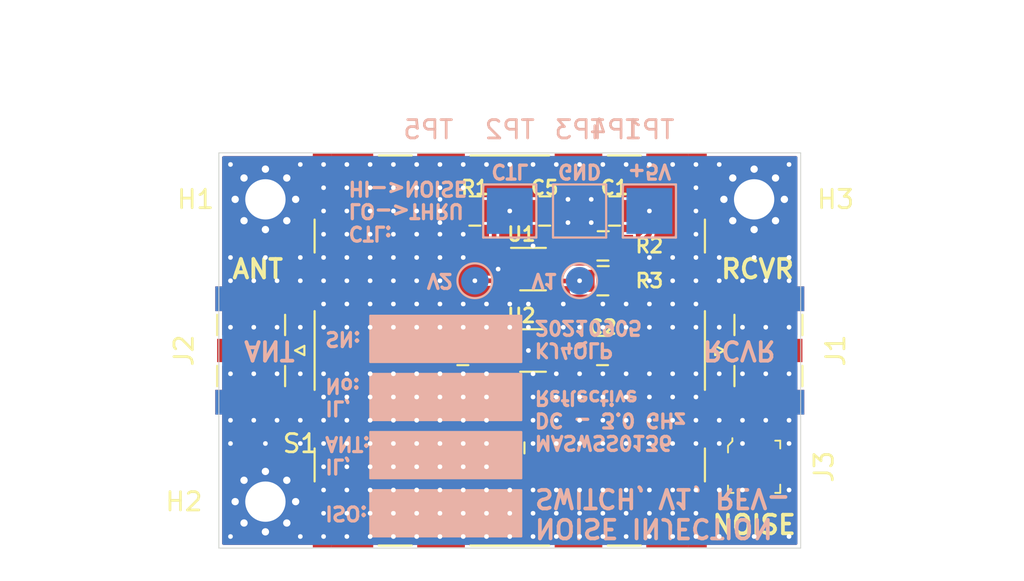
<source format=kicad_pcb>
(kicad_pcb (version 20171130) (host pcbnew 5.1.10-88a1d61d58~90~ubuntu20.04.1)

  (general
    (thickness 1.6)
    (drawings 30)
    (tracks 332)
    (zones 0)
    (modules 22)
    (nets 12)
  )

  (page USLetter)
  (title_block
    (title "Noise Injection Switch for Coherent RTL-SDR V3, Version 1")
    (date 2021-09-05)
    (rev -)
    (company "Amateur Radio / Phased Arrays")
    (comment 1 "AS179 Variant")
    (comment 2 creativecommons.org/licenses/by/4.0/)
    (comment 3 "License: CC BY 4.0")
    (comment 4 "Author: Zach Leffke, KJ4QLP")
  )

  (layers
    (0 F.Cu signal)
    (31 B.Cu signal)
    (32 B.Adhes user)
    (33 F.Adhes user)
    (34 B.Paste user)
    (35 F.Paste user)
    (36 B.SilkS user)
    (37 F.SilkS user)
    (38 B.Mask user)
    (39 F.Mask user)
    (40 Dwgs.User user)
    (41 Cmts.User user)
    (42 Eco1.User user)
    (43 Eco2.User user)
    (44 Edge.Cuts user)
    (45 Margin user)
    (46 B.CrtYd user)
    (47 F.CrtYd user)
    (48 B.Fab user)
    (49 F.Fab user)
  )

  (setup
    (last_trace_width 0.254)
    (user_trace_width 0.254)
    (user_trace_width 0.381)
    (user_trace_width 0.508)
    (user_trace_width 0.762)
    (user_trace_width 1.016)
    (user_trace_width 1.27)
    (trace_clearance 0.1524)
    (zone_clearance 0.1524)
    (zone_45_only no)
    (trace_min 0.254)
    (via_size 0.8)
    (via_drill 0.4)
    (via_min_size 0.508)
    (via_min_drill 0.254)
    (user_via 0.508 0.254)
    (uvia_size 0.3)
    (uvia_drill 0.1)
    (uvias_allowed no)
    (uvia_min_size 0.2)
    (uvia_min_drill 0.1)
    (edge_width 0.05)
    (segment_width 0.2)
    (pcb_text_width 0.3)
    (pcb_text_size 1.5 1.5)
    (mod_edge_width 0.12)
    (mod_text_size 1 1)
    (mod_text_width 0.15)
    (pad_size 1.524 1.524)
    (pad_drill 0.762)
    (pad_to_mask_clearance 0)
    (aux_axis_origin 0 0)
    (visible_elements FFFDFF7F)
    (pcbplotparams
      (layerselection 0x010fc_ffffffff)
      (usegerberextensions false)
      (usegerberattributes true)
      (usegerberadvancedattributes true)
      (creategerberjobfile true)
      (excludeedgelayer true)
      (linewidth 0.100000)
      (plotframeref false)
      (viasonmask false)
      (mode 1)
      (useauxorigin false)
      (hpglpennumber 1)
      (hpglpenspeed 20)
      (hpglpendiameter 15.000000)
      (psnegative false)
      (psa4output false)
      (plotreference true)
      (plotvalue true)
      (plotinvisibletext false)
      (padsonsilk false)
      (subtractmaskfromsilk false)
      (outputformat 1)
      (mirror false)
      (drillshape 1)
      (scaleselection 1)
      (outputdirectory ""))
  )

  (net 0 "")
  (net 1 GND)
  (net 2 "Net-(C2-Pad1)")
  (net 3 "Net-(C2-Pad2)")
  (net 4 "Net-(C3-Pad1)")
  (net 5 "Net-(C3-Pad2)")
  (net 6 +5V)
  (net 7 /CTL)
  (net 8 "Net-(C4-Pad1)")
  (net 9 "Net-(C4-Pad2)")
  (net 10 /V1)
  (net 11 /V2)

  (net_class Default "This is the default net class."
    (clearance 0.1524)
    (trace_width 0.254)
    (via_dia 0.8)
    (via_drill 0.4)
    (uvia_dia 0.3)
    (uvia_drill 0.1)
    (diff_pair_width 0.254)
    (diff_pair_gap 0.254)
    (add_net +5V)
    (add_net /CTL)
    (add_net /V1)
    (add_net /V2)
    (add_net GND)
    (add_net "Net-(C2-Pad1)")
    (add_net "Net-(C2-Pad2)")
    (add_net "Net-(C3-Pad1)")
    (add_net "Net-(C3-Pad2)")
    (add_net "Net-(C4-Pad1)")
    (add_net "Net-(C4-Pad2)")
    (add_net "Net-(J5-Pad2)")
  )

  (module MountingHole:MountingHole_2.2mm_M2_Pad_Via (layer F.Cu) (tedit 56DDB9C7) (tstamp 613BAD7D)
    (at 173.99 91.44)
    (descr "Mounting Hole 2.2mm, M2")
    (tags "mounting hole 2.2mm m2")
    (path /615A0977)
    (attr virtual)
    (fp_text reference H3 (at 4.445 0) (layer F.SilkS)
      (effects (font (size 1 1) (thickness 0.15)))
    )
    (fp_text value MountingHole_Pad (at 0 3.2) (layer F.Fab)
      (effects (font (size 1 1) (thickness 0.15)))
    )
    (fp_text user %R (at 0.3 0) (layer F.Fab)
      (effects (font (size 1 1) (thickness 0.15)))
    )
    (fp_circle (center 0 0) (end 2.2 0) (layer Cmts.User) (width 0.15))
    (fp_circle (center 0 0) (end 2.45 0) (layer F.CrtYd) (width 0.05))
    (pad 1 thru_hole circle (at 1.166726 -1.166726) (size 0.7 0.7) (drill 0.4) (layers *.Cu *.Mask)
      (net 1 GND))
    (pad 1 thru_hole circle (at 0 -1.65) (size 0.7 0.7) (drill 0.4) (layers *.Cu *.Mask)
      (net 1 GND))
    (pad 1 thru_hole circle (at -1.166726 -1.166726) (size 0.7 0.7) (drill 0.4) (layers *.Cu *.Mask)
      (net 1 GND))
    (pad 1 thru_hole circle (at -1.65 0) (size 0.7 0.7) (drill 0.4) (layers *.Cu *.Mask)
      (net 1 GND))
    (pad 1 thru_hole circle (at -1.166726 1.166726) (size 0.7 0.7) (drill 0.4) (layers *.Cu *.Mask)
      (net 1 GND))
    (pad 1 thru_hole circle (at 0 1.65) (size 0.7 0.7) (drill 0.4) (layers *.Cu *.Mask)
      (net 1 GND))
    (pad 1 thru_hole circle (at 1.166726 1.166726) (size 0.7 0.7) (drill 0.4) (layers *.Cu *.Mask)
      (net 1 GND))
    (pad 1 thru_hole circle (at 1.65 0) (size 0.7 0.7) (drill 0.4) (layers *.Cu *.Mask)
      (net 1 GND))
    (pad 1 thru_hole circle (at 0 0) (size 4.4 4.4) (drill 2.2) (layers *.Cu *.Mask)
      (net 1 GND))
  )

  (module MountingHole:MountingHole_2.2mm_M2_Pad_Via (layer F.Cu) (tedit 56DDB9C7) (tstamp 613BA48F)
    (at 147.32 107.95)
    (descr "Mounting Hole 2.2mm, M2")
    (tags "mounting hole 2.2mm m2")
    (path /61599CCB)
    (attr virtual)
    (fp_text reference H2 (at -4.445 0) (layer F.SilkS)
      (effects (font (size 1 1) (thickness 0.15)))
    )
    (fp_text value MountingHole_Pad (at 0 3.2) (layer F.Fab)
      (effects (font (size 1 1) (thickness 0.15)))
    )
    (fp_text user %R (at 0.3 0) (layer F.Fab)
      (effects (font (size 1 1) (thickness 0.15)))
    )
    (fp_circle (center 0 0) (end 2.2 0) (layer Cmts.User) (width 0.15))
    (fp_circle (center 0 0) (end 2.45 0) (layer F.CrtYd) (width 0.05))
    (pad 1 thru_hole circle (at 1.166726 -1.166726) (size 0.7 0.7) (drill 0.4) (layers *.Cu *.Mask)
      (net 1 GND))
    (pad 1 thru_hole circle (at 0 -1.65) (size 0.7 0.7) (drill 0.4) (layers *.Cu *.Mask)
      (net 1 GND))
    (pad 1 thru_hole circle (at -1.166726 -1.166726) (size 0.7 0.7) (drill 0.4) (layers *.Cu *.Mask)
      (net 1 GND))
    (pad 1 thru_hole circle (at -1.65 0) (size 0.7 0.7) (drill 0.4) (layers *.Cu *.Mask)
      (net 1 GND))
    (pad 1 thru_hole circle (at -1.166726 1.166726) (size 0.7 0.7) (drill 0.4) (layers *.Cu *.Mask)
      (net 1 GND))
    (pad 1 thru_hole circle (at 0 1.65) (size 0.7 0.7) (drill 0.4) (layers *.Cu *.Mask)
      (net 1 GND))
    (pad 1 thru_hole circle (at 1.166726 1.166726) (size 0.7 0.7) (drill 0.4) (layers *.Cu *.Mask)
      (net 1 GND))
    (pad 1 thru_hole circle (at 1.65 0) (size 0.7 0.7) (drill 0.4) (layers *.Cu *.Mask)
      (net 1 GND))
    (pad 1 thru_hole circle (at 0 0) (size 4.4 4.4) (drill 2.2) (layers *.Cu *.Mask)
      (net 1 GND))
  )

  (module MountingHole:MountingHole_2.2mm_M2_Pad_Via (layer F.Cu) (tedit 56DDB9C7) (tstamp 613B9D5A)
    (at 147.32 91.44)
    (descr "Mounting Hole 2.2mm, M2")
    (tags "mounting hole 2.2mm m2")
    (path /61595949)
    (attr virtual)
    (fp_text reference H1 (at -3.81 0) (layer F.SilkS)
      (effects (font (size 1 1) (thickness 0.15)))
    )
    (fp_text value MountingHole_Pad (at 0 3.2) (layer F.Fab)
      (effects (font (size 1 1) (thickness 0.15)))
    )
    (fp_text user %R (at 0.3 0) (layer F.Fab)
      (effects (font (size 1 1) (thickness 0.15)))
    )
    (fp_circle (center 0 0) (end 2.2 0) (layer Cmts.User) (width 0.15))
    (fp_circle (center 0 0) (end 2.45 0) (layer F.CrtYd) (width 0.05))
    (pad 1 thru_hole circle (at 1.166726 -1.166726) (size 0.7 0.7) (drill 0.4) (layers *.Cu *.Mask)
      (net 1 GND))
    (pad 1 thru_hole circle (at 0 -1.65) (size 0.7 0.7) (drill 0.4) (layers *.Cu *.Mask)
      (net 1 GND))
    (pad 1 thru_hole circle (at -1.166726 -1.166726) (size 0.7 0.7) (drill 0.4) (layers *.Cu *.Mask)
      (net 1 GND))
    (pad 1 thru_hole circle (at -1.65 0) (size 0.7 0.7) (drill 0.4) (layers *.Cu *.Mask)
      (net 1 GND))
    (pad 1 thru_hole circle (at -1.166726 1.166726) (size 0.7 0.7) (drill 0.4) (layers *.Cu *.Mask)
      (net 1 GND))
    (pad 1 thru_hole circle (at 0 1.65) (size 0.7 0.7) (drill 0.4) (layers *.Cu *.Mask)
      (net 1 GND))
    (pad 1 thru_hole circle (at 1.166726 1.166726) (size 0.7 0.7) (drill 0.4) (layers *.Cu *.Mask)
      (net 1 GND))
    (pad 1 thru_hole circle (at 1.65 0) (size 0.7 0.7) (drill 0.4) (layers *.Cu *.Mask)
      (net 1 GND))
    (pad 1 thru_hole circle (at 0 0) (size 4.4 4.4) (drill 2.2) (layers *.Cu *.Mask)
      (net 1 GND))
  )

  (module RF_Shielding:Wuerth_36103205_20x20mm (layer F.Cu) (tedit 5A143358) (tstamp 613B8B77)
    (at 160.655 99.695)
    (descr "WE-SHC Shielding Cabinet SMD 20x20mm")
    (tags "Shielding Cabinet")
    (path /615782CF)
    (attr smd)
    (fp_text reference S1 (at -11.43 5.08) (layer F.SilkS)
      (effects (font (size 1 1) (thickness 0.15)))
    )
    (fp_text value RF_Shield_Two_Pieces (at 0 11.75) (layer F.Fab)
      (effects (font (size 1 1) (thickness 0.15)))
    )
    (fp_text user %R (at -11.43 5.08) (layer F.Fab)
      (effects (font (size 1 1) (thickness 0.15)))
    )
    (fp_line (start -11 -11) (end -11 11) (layer F.CrtYd) (width 0.05))
    (fp_line (start -11 11) (end 11 11) (layer F.CrtYd) (width 0.05))
    (fp_line (start 11 11) (end 11 -11) (layer F.CrtYd) (width 0.05))
    (fp_line (start 11 -11) (end -11 -11) (layer F.CrtYd) (width 0.05))
    (fp_line (start -9.5 -9.5) (end -9.5 9.5) (layer F.CrtYd) (width 0.05))
    (fp_line (start -9.5 9.5) (end 9.5 9.5) (layer F.CrtYd) (width 0.05))
    (fp_line (start 9.5 9.5) (end 9.5 -9.5) (layer F.CrtYd) (width 0.05))
    (fp_line (start 9.5 -9.5) (end -9.5 -9.5) (layer F.CrtYd) (width 0.05))
    (fp_line (start -10.5 -10.5) (end -10.5 10.5) (layer F.Fab) (width 0.1))
    (fp_line (start -10.5 10.5) (end 10.5 10.5) (layer F.Fab) (width 0.1))
    (fp_line (start 10.5 10.5) (end 10.5 -10.5) (layer F.Fab) (width 0.1))
    (fp_line (start 10.5 -10.5) (end -10.5 -10.5) (layer F.Fab) (width 0.1))
    (fp_line (start -7.15 -10.65) (end -5.35 -10.65) (layer F.SilkS) (width 0.12))
    (fp_line (start -7.15 10.65) (end -5.35 10.65) (layer F.SilkS) (width 0.12))
    (fp_line (start -2.15 -10.65) (end 2.15 -10.65) (layer F.SilkS) (width 0.12))
    (fp_line (start -2.15 10.65) (end 2.15 10.65) (layer F.SilkS) (width 0.12))
    (fp_line (start 5.35 -10.65) (end 7.15 -10.65) (layer F.SilkS) (width 0.12))
    (fp_line (start 5.35 10.65) (end 7.15 10.65) (layer F.SilkS) (width 0.12))
    (fp_line (start -10.65 -7.15) (end -10.65 -5.35) (layer F.SilkS) (width 0.12))
    (fp_line (start 10.65 -7.15) (end 10.65 -5.35) (layer F.SilkS) (width 0.12))
    (fp_line (start -10.65 -2.15) (end -10.65 2.15) (layer F.SilkS) (width 0.12))
    (fp_line (start 10.65 -2.15) (end 10.65 2.15) (layer F.SilkS) (width 0.12))
    (fp_line (start -10.65 5.35) (end -10.65 7.15) (layer F.SilkS) (width 0.12))
    (fp_line (start 10.65 5.35) (end 10.65 7.15) (layer F.SilkS) (width 0.12))
    (pad 1 smd rect (at 10.25 8.6) (size 1 2.3) (layers F.Cu F.Paste F.Mask)
      (net 1 GND))
    (pad 1 smd rect (at -10.25 8.6) (size 1 2.3) (layers F.Cu F.Paste F.Mask)
      (net 1 GND))
    (pad 1 smd rect (at 10.25 3.75) (size 1 2.6) (layers F.Cu F.Paste F.Mask)
      (net 1 GND))
    (pad 1 smd rect (at -10.25 3.75) (size 1 2.6) (layers F.Cu F.Paste F.Mask)
      (net 1 GND))
    (pad 1 smd rect (at 10.25 -3.75) (size 1 2.6) (layers F.Cu F.Paste F.Mask)
      (net 1 GND))
    (pad 1 smd rect (at -10.25 -3.75) (size 1 2.6) (layers F.Cu F.Paste F.Mask)
      (net 1 GND))
    (pad 1 smd rect (at 10.25 -8.6) (size 1 2.3) (layers F.Cu F.Paste F.Mask)
      (net 1 GND))
    (pad 1 smd rect (at -10.25 -8.6) (size 1 2.3) (layers F.Cu F.Paste F.Mask)
      (net 1 GND))
    (pad 1 smd rect (at 8.6 10.25) (size 2.3 1) (layers F.Cu F.Paste F.Mask)
      (net 1 GND))
    (pad 1 smd rect (at 8.6 -10.25) (size 2.3 1) (layers F.Cu F.Paste F.Mask)
      (net 1 GND))
    (pad 1 smd rect (at 3.75 10.25) (size 2.6 1) (layers F.Cu F.Paste F.Mask)
      (net 1 GND))
    (pad 1 smd rect (at 3.75 -10.25) (size 2.6 1) (layers F.Cu F.Paste F.Mask)
      (net 1 GND))
    (pad 1 smd rect (at -3.75 10.25) (size 2.6 1) (layers F.Cu F.Paste F.Mask)
      (net 1 GND))
    (pad 1 smd rect (at -3.75 -10.25) (size 2.6 1) (layers F.Cu F.Paste F.Mask)
      (net 1 GND))
    (pad 1 smd rect (at -8.6 10.25) (size 2.3 1) (layers F.Cu F.Paste F.Mask)
      (net 1 GND))
    (pad 1 smd rect (at -8.6 -10.25) (size 2.3 1) (layers F.Cu F.Paste F.Mask)
      (net 1 GND))
    (pad 1 smd rect (at -10.25 10.25) (size 1 1) (layers F.Cu F.Paste F.Mask)
      (net 1 GND))
    (pad 1 smd rect (at 10.25 10.25) (size 1 1) (layers F.Cu F.Paste F.Mask)
      (net 1 GND))
    (pad 1 smd rect (at 10.25 -10.25) (size 1 1) (layers F.Cu F.Paste F.Mask)
      (net 1 GND))
    (pad 1 smd rect (at -10.25 -10.25) (size 1 1) (layers F.Cu F.Paste F.Mask)
      (net 1 GND))
    (model ${KISYS3DMOD}/RF_Shielding.3dshapes/Wuerth_36103205_20x20mm.wrl
      (at (xyz 0 0 0))
      (scale (xyz 1 1 1))
      (rotate (xyz 0 0 0))
    )
  )

  (module digikey-footprints:0805 (layer F.Cu) (tedit 5D288D36) (tstamp 613B73E7)
    (at 165.735 95.885 180)
    (path /6153907E)
    (attr smd)
    (fp_text reference R3 (at -2.54 0) (layer F.SilkS)
      (effects (font (size 0.762 0.762) (thickness 0.1524)))
    )
    (fp_text value 100k (at 0 1.95) (layer F.Fab)
      (effects (font (size 1 1) (thickness 0.15)))
    )
    (fp_line (start -1.9 0.93) (end 1.9 0.93) (layer F.CrtYd) (width 0.05))
    (fp_line (start -1.9 -0.93) (end 1.9 -0.93) (layer F.CrtYd) (width 0.05))
    (fp_line (start 1.9 0.93) (end 1.9 -0.93) (layer F.CrtYd) (width 0.05))
    (fp_line (start -1.9 0.93) (end -1.9 -0.93) (layer F.CrtYd) (width 0.05))
    (fp_line (start -0.32 0.8) (end 0.28 0.8) (layer F.SilkS) (width 0.12))
    (fp_line (start -0.3 -0.8) (end 0.3 -0.8) (layer F.SilkS) (width 0.12))
    (fp_line (start -0.95 0.68) (end 0.95 0.68) (layer F.Fab) (width 0.12))
    (fp_line (start -0.95 -0.68) (end 0.95 -0.68) (layer F.Fab) (width 0.12))
    (fp_line (start 0.95 -0.675) (end 0.95 0.675) (layer F.Fab) (width 0.12))
    (fp_line (start -0.95 -0.675) (end -0.95 0.675) (layer F.Fab) (width 0.12))
    (pad 1 smd rect (at -1.05 0 180) (size 1.2 1.2) (layers F.Cu F.Paste F.Mask)
      (net 6 +5V))
    (pad 2 smd rect (at 1.05 0 180) (size 1.2 1.2) (layers F.Cu F.Paste F.Mask)
      (net 10 /V1))
  )

  (module digikey-footprints:0805 (layer F.Cu) (tedit 5D288D36) (tstamp 613B65D9)
    (at 165.735 93.98 180)
    (path /61522267)
    (attr smd)
    (fp_text reference R2 (at -2.54 0) (layer F.SilkS)
      (effects (font (size 0.762 0.762) (thickness 0.1524)))
    )
    (fp_text value 100k (at 0 1.95) (layer F.Fab)
      (effects (font (size 1 1) (thickness 0.15)))
    )
    (fp_line (start -1.9 0.93) (end 1.9 0.93) (layer F.CrtYd) (width 0.05))
    (fp_line (start -1.9 -0.93) (end 1.9 -0.93) (layer F.CrtYd) (width 0.05))
    (fp_line (start 1.9 0.93) (end 1.9 -0.93) (layer F.CrtYd) (width 0.05))
    (fp_line (start -1.9 0.93) (end -1.9 -0.93) (layer F.CrtYd) (width 0.05))
    (fp_line (start -0.32 0.8) (end 0.28 0.8) (layer F.SilkS) (width 0.12))
    (fp_line (start -0.3 -0.8) (end 0.3 -0.8) (layer F.SilkS) (width 0.12))
    (fp_line (start -0.95 0.68) (end 0.95 0.68) (layer F.Fab) (width 0.12))
    (fp_line (start -0.95 -0.68) (end 0.95 -0.68) (layer F.Fab) (width 0.12))
    (fp_line (start 0.95 -0.675) (end 0.95 0.675) (layer F.Fab) (width 0.12))
    (fp_line (start -0.95 -0.675) (end -0.95 0.675) (layer F.Fab) (width 0.12))
    (pad 1 smd rect (at -1.05 0 180) (size 1.2 1.2) (layers F.Cu F.Paste F.Mask)
      (net 6 +5V))
    (pad 2 smd rect (at 1.05 0 180) (size 1.2 1.2) (layers F.Cu F.Paste F.Mask)
      (net 11 /V2))
  )

  (module digikey-footprints:Molex_734120114_UMC_RF_CONN_Vertical (layer F.Cu) (tedit 5D2892B1) (tstamp 613B4F18)
    (at 173.99 106.045 270)
    (path /61494AE7)
    (attr smd)
    (fp_text reference J3 (at 0 -3.81 90) (layer F.SilkS)
      (effects (font (size 1 1) (thickness 0.15)))
    )
    (fp_text value NOISE (at 0.2 3.175 90) (layer F.Fab)
      (effects (font (size 1 1) (thickness 0.15)))
    )
    (fp_text user %R (at -0.05 -0.125 90) (layer F.Fab)
      (effects (font (size 0.5 0.5) (thickness 0.025)))
    )
    (fp_line (start -1.5621 1.18762) (end -1.39446 1.18762) (layer F.SilkS) (width 0.1))
    (fp_line (start -1.38524 1.1927) (end -1.16524 1.4097) (layer F.SilkS) (width 0.1))
    (fp_line (start -1.14554 1.425) (end -0.77978 1.425) (layer F.SilkS) (width 0.1))
    (fp_line (start -1.29794 1.09982) (end -1.09728 1.30048) (layer F.Fab) (width 0.1))
    (fp_line (start -2.25 2.25) (end -2.25 -2.25) (layer F.CrtYd) (width 0.05))
    (fp_line (start 2.25 2.25) (end -2.25 2.25) (layer F.CrtYd) (width 0.05))
    (fp_line (start 2.25 -2.25) (end 2.25 2.25) (layer F.CrtYd) (width 0.05))
    (fp_line (start -2.25 -2.25) (end 2.25 -2.25) (layer F.CrtYd) (width 0.05))
    (fp_line (start 1.425 1.125) (end 1.425 1.425) (layer F.SilkS) (width 0.1))
    (fp_line (start 1.425 1.425) (end 1.025 1.425) (layer F.SilkS) (width 0.1))
    (fp_line (start -1 -1.425) (end -1.425 -1.425) (layer F.SilkS) (width 0.1))
    (fp_line (start -1.425 -1.425) (end -1.425 -1.15) (layer F.SilkS) (width 0.1))
    (fp_line (start 0.975 -1.425) (end 1.425 -1.425) (layer F.SilkS) (width 0.1))
    (fp_line (start 1.425 -1.425) (end 1.425 -1.15) (layer F.SilkS) (width 0.1))
    (fp_line (start -1.3 -1.3) (end -1.3 1.09982) (layer F.Fab) (width 0.1))
    (fp_line (start 1.3 1.3) (end -1.09728 1.3) (layer F.Fab) (width 0.1))
    (fp_line (start 1.3 -1.3) (end 1.3 1.3) (layer F.Fab) (width 0.1))
    (fp_line (start -1.3 -1.3) (end 1.3 -1.3) (layer F.Fab) (width 0.1))
    (pad 1 smd rect (at -1.5 0 270) (size 1 2.2) (layers F.Cu F.Paste F.Mask)
      (net 1 GND))
    (pad 1 smd rect (at 1.5 0 270) (size 1 2.2) (layers F.Cu F.Paste F.Mask)
      (net 1 GND))
    (pad 2 smd rect (at 0 1.5 270) (size 1 1) (layers F.Cu F.Paste F.Mask)
      (net 8 "Net-(C4-Pad1)"))
    (pad 1 smd rect (at 0 -1.5 270) (size 1 1) (layers F.Cu F.Paste F.Mask)
      (net 1 GND))
  )

  (module TestPoint:TestPoint_Pad_D1.5mm (layer B.Cu) (tedit 5A0F774F) (tstamp 613B119B)
    (at 158.75 95.885 180)
    (descr "SMD pad as test Point, diameter 1.5mm")
    (tags "test point SMD pad")
    (path /613DE65C)
    (attr virtual)
    (fp_text reference TP5 (at 2.54 8.255) (layer B.SilkS)
      (effects (font (size 1 1) (thickness 0.15)) (justify mirror))
    )
    (fp_text value V2 (at 0 -1.75) (layer B.Fab)
      (effects (font (size 1 1) (thickness 0.15)) (justify mirror))
    )
    (fp_text user %R (at 2.54 8.89) (layer B.Fab)
      (effects (font (size 1 1) (thickness 0.15)) (justify mirror))
    )
    (fp_circle (center 0 0) (end 1.25 0) (layer B.CrtYd) (width 0.05))
    (fp_circle (center 0 0) (end 0 -0.95) (layer B.SilkS) (width 0.12))
    (pad 1 smd circle (at 0 0 180) (size 1.5 1.5) (layers B.Cu B.Mask)
      (net 11 /V2))
  )

  (module TestPoint:TestPoint_Pad_D1.5mm (layer B.Cu) (tedit 5A0F774F) (tstamp 613B1193)
    (at 164.465 95.885 180)
    (descr "SMD pad as test Point, diameter 1.5mm")
    (tags "test point SMD pad")
    (path /613DEDAD)
    (attr virtual)
    (fp_text reference TP4 (at -1.905 8.255) (layer B.SilkS)
      (effects (font (size 1 1) (thickness 0.15)) (justify mirror))
    )
    (fp_text value V1 (at 0 -1.75) (layer B.Fab)
      (effects (font (size 1 1) (thickness 0.15)) (justify mirror))
    )
    (fp_text user %R (at -0.635 8.89) (layer B.Fab)
      (effects (font (size 1 1) (thickness 0.15)) (justify mirror))
    )
    (fp_circle (center 0 0) (end 1.25 0) (layer B.CrtYd) (width 0.05))
    (fp_circle (center 0 0) (end 0 -0.95) (layer B.SilkS) (width 0.12))
    (pad 1 smd circle (at 0 0 180) (size 1.5 1.5) (layers B.Cu B.Mask)
      (net 10 /V1))
  )

  (module TestPoint:TestPoint_Pad_2.5x2.5mm (layer B.Cu) (tedit 5A0F774F) (tstamp 61368F4C)
    (at 168.275 92.075)
    (descr "SMD rectangular pad as test Point, square 2.5mm side length")
    (tags "test point SMD pad rectangle square")
    (path /613FFA68)
    (attr virtual)
    (fp_text reference TP1 (at 0 -4.445) (layer B.SilkS)
      (effects (font (size 1 1) (thickness 0.15)) (justify mirror))
    )
    (fp_text value +5V (at 0 -2.25) (layer B.Fab)
      (effects (font (size 1 1) (thickness 0.15)) (justify mirror))
    )
    (fp_line (start 1.75 -1.75) (end -1.75 -1.75) (layer B.CrtYd) (width 0.05))
    (fp_line (start 1.75 -1.75) (end 1.75 1.75) (layer B.CrtYd) (width 0.05))
    (fp_line (start -1.75 1.75) (end -1.75 -1.75) (layer B.CrtYd) (width 0.05))
    (fp_line (start -1.75 1.75) (end 1.75 1.75) (layer B.CrtYd) (width 0.05))
    (fp_line (start -1.45 -1.45) (end -1.45 1.45) (layer B.SilkS) (width 0.12))
    (fp_line (start 1.45 -1.45) (end -1.45 -1.45) (layer B.SilkS) (width 0.12))
    (fp_line (start 1.45 1.45) (end 1.45 -1.45) (layer B.SilkS) (width 0.12))
    (fp_line (start -1.45 1.45) (end 1.45 1.45) (layer B.SilkS) (width 0.12))
    (fp_text user %R (at 0 -4.445) (layer B.Fab)
      (effects (font (size 1 1) (thickness 0.15)) (justify mirror))
    )
    (pad 1 smd rect (at 0 0) (size 2.5 2.5) (layers B.Cu B.Mask)
      (net 6 +5V))
  )

  (module Package_TO_SOT_SMD:SOT-363_SC-70-6 (layer F.Cu) (tedit 5A02FF57) (tstamp 613AEFF6)
    (at 161.925 99.695)
    (descr "SOT-363, SC-70-6")
    (tags "SOT-363 SC-70-6")
    (path /613B7E7A)
    (attr smd)
    (fp_text reference U2 (at -0.635 -1.905) (layer F.SilkS)
      (effects (font (size 0.762 0.762) (thickness 0.1524)))
    )
    (fp_text value MASWSS0136 (at 0 2 180) (layer F.Fab)
      (effects (font (size 1 1) (thickness 0.15)))
    )
    (fp_text user %R (at 0 0 90) (layer F.Fab)
      (effects (font (size 0.5 0.5) (thickness 0.075)))
    )
    (fp_line (start 0.7 -1.16) (end -1.2 -1.16) (layer F.SilkS) (width 0.12))
    (fp_line (start -0.7 1.16) (end 0.7 1.16) (layer F.SilkS) (width 0.12))
    (fp_line (start 1.6 1.4) (end 1.6 -1.4) (layer F.CrtYd) (width 0.05))
    (fp_line (start -1.6 -1.4) (end -1.6 1.4) (layer F.CrtYd) (width 0.05))
    (fp_line (start -1.6 -1.4) (end 1.6 -1.4) (layer F.CrtYd) (width 0.05))
    (fp_line (start 0.675 -1.1) (end -0.175 -1.1) (layer F.Fab) (width 0.1))
    (fp_line (start -0.675 -0.6) (end -0.675 1.1) (layer F.Fab) (width 0.1))
    (fp_line (start -1.6 1.4) (end 1.6 1.4) (layer F.CrtYd) (width 0.05))
    (fp_line (start 0.675 -1.1) (end 0.675 1.1) (layer F.Fab) (width 0.1))
    (fp_line (start 0.675 1.1) (end -0.675 1.1) (layer F.Fab) (width 0.1))
    (fp_line (start -0.175 -1.1) (end -0.675 -0.6) (layer F.Fab) (width 0.1))
    (pad 6 smd rect (at 0.95 -0.65) (size 0.65 0.4) (layers F.Cu F.Paste F.Mask)
      (net 10 /V1))
    (pad 4 smd rect (at 0.95 0.65) (size 0.65 0.4) (layers F.Cu F.Paste F.Mask)
      (net 11 /V2))
    (pad 2 smd rect (at -0.95 0) (size 0.65 0.4) (layers F.Cu F.Paste F.Mask)
      (net 1 GND))
    (pad 5 smd rect (at 0.95 0) (size 0.65 0.4) (layers F.Cu F.Paste F.Mask)
      (net 2 "Net-(C2-Pad1)"))
    (pad 3 smd rect (at -0.95 0.65) (size 0.65 0.4) (layers F.Cu F.Paste F.Mask)
      (net 9 "Net-(C4-Pad2)"))
    (pad 1 smd rect (at -0.95 -0.65) (size 0.65 0.4) (layers F.Cu F.Paste F.Mask)
      (net 5 "Net-(C3-Pad2)"))
    (model ${KISYS3DMOD}/Package_TO_SOT_SMD.3dshapes/SOT-363_SC-70-6.wrl
      (at (xyz 0 0 0))
      (scale (xyz 1 1 1))
      (rotate (xyz 0 0 0))
    )
  )

  (module Connector_Coaxial:SMA_Samtec_SMA-J-P-X-ST-EM1_EdgeMount (layer F.Cu) (tedit 5DAA3454) (tstamp 613AE71A)
    (at 174.625 99.695 90)
    (descr "Connector SMA, 0Hz to 20GHz, 50Ohm, Edge Mount (http://suddendocs.samtec.com/prints/sma-j-p-x-st-em1-mkt.pdf)")
    (tags "SMA Straight Samtec Edge Mount")
    (path /61362E9F)
    (attr smd)
    (fp_text reference J1 (at 0 3.81 90) (layer F.SilkS)
      (effects (font (size 1 1) (thickness 0.15)))
    )
    (fp_text value RCVR (at 0 13 90) (layer F.Fab)
      (effects (font (size 1 1) (thickness 0.15)))
    )
    (fp_text user "Board Thickness: 1.57mm" (at 0.635 5.715 90) (layer Cmts.User)
      (effects (font (size 1 1) (thickness 0.15)))
    )
    (fp_text user "PCB Edge" (at 0 2.6 90) (layer Dwgs.User)
      (effects (font (size 0.5 0.5) (thickness 0.1)))
    )
    (fp_text user %R (at 0 4.79 270) (layer F.Fab)
      (effects (font (size 1 1) (thickness 0.15)))
    )
    (fp_line (start -0.25 -2.76) (end 0 -2.26) (layer F.SilkS) (width 0.12))
    (fp_line (start 0.25 -2.76) (end -0.25 -2.76) (layer F.SilkS) (width 0.12))
    (fp_line (start 0 -2.26) (end 0.25 -2.76) (layer F.SilkS) (width 0.12))
    (fp_line (start 0 3.1) (end -0.64 2.1) (layer F.Fab) (width 0.1))
    (fp_line (start 0.64 2.1) (end 0 3.1) (layer F.Fab) (width 0.1))
    (fp_line (start 4 2.6) (end 4 -2.6) (layer F.CrtYd) (width 0.05))
    (fp_line (start 3.68 12.12) (end -3.68 12.12) (layer F.CrtYd) (width 0.05))
    (fp_line (start -4 2.6) (end -4 -2.6) (layer F.CrtYd) (width 0.05))
    (fp_line (start -4 -2.6) (end 4 -2.6) (layer F.CrtYd) (width 0.05))
    (fp_line (start 4 2.6) (end 4 -2.6) (layer B.CrtYd) (width 0.05))
    (fp_line (start 3.68 12.12) (end -3.68 12.12) (layer B.CrtYd) (width 0.05))
    (fp_line (start -4 2.6) (end -4 -2.6) (layer B.CrtYd) (width 0.05))
    (fp_line (start -4 -2.6) (end 4 -2.6) (layer B.CrtYd) (width 0.05))
    (fp_line (start 3.165 11.62) (end -3.165 11.62) (layer F.Fab) (width 0.1))
    (fp_line (start 3.175 -1.71) (end 3.175 11.62) (layer F.Fab) (width 0.1))
    (fp_line (start 3.175 -1.71) (end 2.365 -1.71) (layer F.Fab) (width 0.1))
    (fp_line (start 2.365 -1.71) (end 2.365 2.1) (layer F.Fab) (width 0.1))
    (fp_line (start 2.365 2.1) (end -2.365 2.1) (layer F.Fab) (width 0.1))
    (fp_line (start -2.365 2.1) (end -2.365 -1.71) (layer F.Fab) (width 0.1))
    (fp_line (start -2.365 -1.71) (end -3.175 -1.71) (layer F.Fab) (width 0.1))
    (fp_line (start -3.175 -1.71) (end -3.175 11.62) (layer F.Fab) (width 0.1))
    (fp_line (start 4.1 2.1) (end -4.1 2.1) (layer Dwgs.User) (width 0.1))
    (fp_line (start -3.68 2.6) (end -4 2.6) (layer F.CrtYd) (width 0.05))
    (fp_line (start -3.68 12.12) (end -3.68 2.6) (layer F.CrtYd) (width 0.05))
    (fp_line (start 3.68 2.6) (end 4 2.6) (layer F.CrtYd) (width 0.05))
    (fp_line (start 3.68 2.6) (end 3.68 12.12) (layer F.CrtYd) (width 0.05))
    (fp_line (start -3.68 2.6) (end -4 2.6) (layer B.CrtYd) (width 0.05))
    (fp_line (start -3.68 12.12) (end -3.68 2.6) (layer B.CrtYd) (width 0.05))
    (fp_line (start 4 2.6) (end 3.68 2.6) (layer B.CrtYd) (width 0.05))
    (fp_line (start 3.68 2.6) (end 3.68 12.12) (layer B.CrtYd) (width 0.05))
    (fp_line (start -1.95 2) (end -0.84 2) (layer F.SilkS) (width 0.12))
    (fp_line (start 0.84 2) (end 1.95 2) (layer F.SilkS) (width 0.12))
    (fp_line (start -1.95 -1.71) (end -0.84 -1.71) (layer F.SilkS) (width 0.12))
    (fp_line (start 0.84 -1.71) (end 1.95 -1.71) (layer F.SilkS) (width 0.12))
    (pad 1 smd rect (at 0 0.2 90) (size 1.27 3.6) (layers F.Cu F.Paste F.Mask)
      (net 3 "Net-(C2-Pad2)"))
    (pad 2 smd rect (at 2.825 0 90) (size 1.35 4.2) (layers F.Cu F.Paste F.Mask)
      (net 1 GND))
    (pad 2 smd rect (at -2.825 0 90) (size 1.35 4.2) (layers F.Cu F.Paste F.Mask)
      (net 1 GND))
    (pad 2 smd rect (at 2.825 0 90) (size 1.35 4.2) (layers B.Cu B.Paste B.Mask)
      (net 1 GND))
    (pad 2 smd rect (at -2.825 0 90) (size 1.35 4.2) (layers B.Cu B.Paste B.Mask)
      (net 1 GND))
    (model ${KISYS3DMOD}/Connector_Coaxial.3dshapes/SMA_Samtec_SMA-J-P-X-ST-EM1_EdgeMount.wrl
      (at (xyz 0 0 0))
      (scale (xyz 1 1 1))
      (rotate (xyz 0 0 0))
    )
  )

  (module Connector_Coaxial:SMA_Samtec_SMA-J-P-X-ST-EM1_EdgeMount (layer F.Cu) (tedit 5DAA3454) (tstamp 613AD9E8)
    (at 146.685 99.695 270)
    (descr "Connector SMA, 0Hz to 20GHz, 50Ohm, Edge Mount (http://suddendocs.samtec.com/prints/sma-j-p-x-st-em1-mkt.pdf)")
    (tags "SMA Straight Samtec Edge Mount")
    (path /613622EE)
    (attr smd)
    (fp_text reference J2 (at 0 3.81 90) (layer F.SilkS)
      (effects (font (size 1 1) (thickness 0.15)))
    )
    (fp_text value ANT (at 0 13 90) (layer F.Fab)
      (effects (font (size 1 1) (thickness 0.15)))
    )
    (fp_text user "Board Thickness: 1.57mm" (at -0.635 6.35 90) (layer Cmts.User)
      (effects (font (size 1 1) (thickness 0.15)))
    )
    (fp_text user "PCB Edge" (at 0 2.6 90) (layer Dwgs.User)
      (effects (font (size 0.5 0.5) (thickness 0.1)))
    )
    (fp_text user %R (at 0 4.79 270) (layer F.Fab)
      (effects (font (size 1 1) (thickness 0.15)))
    )
    (fp_line (start -0.25 -2.76) (end 0 -2.26) (layer F.SilkS) (width 0.12))
    (fp_line (start 0.25 -2.76) (end -0.25 -2.76) (layer F.SilkS) (width 0.12))
    (fp_line (start 0 -2.26) (end 0.25 -2.76) (layer F.SilkS) (width 0.12))
    (fp_line (start 0 3.1) (end -0.64 2.1) (layer F.Fab) (width 0.1))
    (fp_line (start 0.64 2.1) (end 0 3.1) (layer F.Fab) (width 0.1))
    (fp_line (start 4 2.6) (end 4 -2.6) (layer F.CrtYd) (width 0.05))
    (fp_line (start 3.68 12.12) (end -3.68 12.12) (layer F.CrtYd) (width 0.05))
    (fp_line (start -4 2.6) (end -4 -2.6) (layer F.CrtYd) (width 0.05))
    (fp_line (start -4 -2.6) (end 4 -2.6) (layer F.CrtYd) (width 0.05))
    (fp_line (start 4 2.6) (end 4 -2.6) (layer B.CrtYd) (width 0.05))
    (fp_line (start 3.68 12.12) (end -3.68 12.12) (layer B.CrtYd) (width 0.05))
    (fp_line (start -4 2.6) (end -4 -2.6) (layer B.CrtYd) (width 0.05))
    (fp_line (start -4 -2.6) (end 4 -2.6) (layer B.CrtYd) (width 0.05))
    (fp_line (start 3.165 11.62) (end -3.165 11.62) (layer F.Fab) (width 0.1))
    (fp_line (start 3.175 -1.71) (end 3.175 11.62) (layer F.Fab) (width 0.1))
    (fp_line (start 3.175 -1.71) (end 2.365 -1.71) (layer F.Fab) (width 0.1))
    (fp_line (start 2.365 -1.71) (end 2.365 2.1) (layer F.Fab) (width 0.1))
    (fp_line (start 2.365 2.1) (end -2.365 2.1) (layer F.Fab) (width 0.1))
    (fp_line (start -2.365 2.1) (end -2.365 -1.71) (layer F.Fab) (width 0.1))
    (fp_line (start -2.365 -1.71) (end -3.175 -1.71) (layer F.Fab) (width 0.1))
    (fp_line (start -3.175 -1.71) (end -3.175 11.62) (layer F.Fab) (width 0.1))
    (fp_line (start 4.1 2.1) (end -4.1 2.1) (layer Dwgs.User) (width 0.1))
    (fp_line (start -3.68 2.6) (end -4 2.6) (layer F.CrtYd) (width 0.05))
    (fp_line (start -3.68 12.12) (end -3.68 2.6) (layer F.CrtYd) (width 0.05))
    (fp_line (start 3.68 2.6) (end 4 2.6) (layer F.CrtYd) (width 0.05))
    (fp_line (start 3.68 2.6) (end 3.68 12.12) (layer F.CrtYd) (width 0.05))
    (fp_line (start -3.68 2.6) (end -4 2.6) (layer B.CrtYd) (width 0.05))
    (fp_line (start -3.68 12.12) (end -3.68 2.6) (layer B.CrtYd) (width 0.05))
    (fp_line (start 4 2.6) (end 3.68 2.6) (layer B.CrtYd) (width 0.05))
    (fp_line (start 3.68 2.6) (end 3.68 12.12) (layer B.CrtYd) (width 0.05))
    (fp_line (start -1.95 2) (end -0.84 2) (layer F.SilkS) (width 0.12))
    (fp_line (start 0.84 2) (end 1.95 2) (layer F.SilkS) (width 0.12))
    (fp_line (start -1.95 -1.71) (end -0.84 -1.71) (layer F.SilkS) (width 0.12))
    (fp_line (start 0.84 -1.71) (end 1.95 -1.71) (layer F.SilkS) (width 0.12))
    (pad 1 smd rect (at 0 0.2 270) (size 1.27 3.6) (layers F.Cu F.Paste F.Mask)
      (net 4 "Net-(C3-Pad1)"))
    (pad 2 smd rect (at 2.825 0 270) (size 1.35 4.2) (layers F.Cu F.Paste F.Mask)
      (net 1 GND))
    (pad 2 smd rect (at -2.825 0 270) (size 1.35 4.2) (layers F.Cu F.Paste F.Mask)
      (net 1 GND))
    (pad 2 smd rect (at 2.825 0 270) (size 1.35 4.2) (layers B.Cu B.Paste B.Mask)
      (net 1 GND))
    (pad 2 smd rect (at -2.825 0 270) (size 1.35 4.2) (layers B.Cu B.Paste B.Mask)
      (net 1 GND))
    (model ${KISYS3DMOD}/Connector_Coaxial.3dshapes/SMA_Samtec_SMA-J-P-X-ST-EM1_EdgeMount.wrl
      (at (xyz 0 0 0))
      (scale (xyz 1 1 1))
      (rotate (xyz 0 0 0))
    )
  )

  (module digikey-footprints:0805 (layer F.Cu) (tedit 5D288D36) (tstamp 6136BF42)
    (at 158.75 92.075 180)
    (path /615158F9)
    (attr smd)
    (fp_text reference R1 (at 0 1.27) (layer F.SilkS)
      (effects (font (size 0.762 0.762) (thickness 0.1524)))
    )
    (fp_text value 100k (at 0 1.95) (layer F.Fab)
      (effects (font (size 1 1) (thickness 0.15)))
    )
    (fp_line (start -0.95 -0.675) (end -0.95 0.675) (layer F.Fab) (width 0.12))
    (fp_line (start 0.95 -0.675) (end 0.95 0.675) (layer F.Fab) (width 0.12))
    (fp_line (start -0.95 -0.68) (end 0.95 -0.68) (layer F.Fab) (width 0.12))
    (fp_line (start -0.95 0.68) (end 0.95 0.68) (layer F.Fab) (width 0.12))
    (fp_line (start -0.3 -0.8) (end 0.3 -0.8) (layer F.SilkS) (width 0.12))
    (fp_line (start -0.32 0.8) (end 0.28 0.8) (layer F.SilkS) (width 0.12))
    (fp_line (start -1.9 0.93) (end -1.9 -0.93) (layer F.CrtYd) (width 0.05))
    (fp_line (start 1.9 0.93) (end 1.9 -0.93) (layer F.CrtYd) (width 0.05))
    (fp_line (start -1.9 -0.93) (end 1.9 -0.93) (layer F.CrtYd) (width 0.05))
    (fp_line (start -1.9 0.93) (end 1.9 0.93) (layer F.CrtYd) (width 0.05))
    (pad 1 smd rect (at -1.05 0 180) (size 1.2 1.2) (layers F.Cu F.Paste F.Mask)
      (net 7 /CTL))
    (pad 2 smd rect (at 1.05 0 180) (size 1.2 1.2) (layers F.Cu F.Paste F.Mask)
      (net 1 GND))
  )

  (module Package_TO_SOT_SMD:SOT-363_SC-70-6 (layer F.Cu) (tedit 5A02FF57) (tstamp 61368F7E)
    (at 161.925 95.25)
    (descr "SOT-363, SC-70-6")
    (tags "SOT-363 SC-70-6")
    (path /613D5E4B)
    (attr smd)
    (fp_text reference U1 (at -0.635 -1.905 180) (layer F.SilkS)
      (effects (font (size 0.762 0.762) (thickness 0.1524)))
    )
    (fp_text value 74LVC2G06 (at 0 2 180) (layer F.Fab)
      (effects (font (size 1 1) (thickness 0.15)))
    )
    (fp_line (start -0.175 -1.1) (end -0.675 -0.6) (layer F.Fab) (width 0.1))
    (fp_line (start 0.675 1.1) (end -0.675 1.1) (layer F.Fab) (width 0.1))
    (fp_line (start 0.675 -1.1) (end 0.675 1.1) (layer F.Fab) (width 0.1))
    (fp_line (start -1.6 1.4) (end 1.6 1.4) (layer F.CrtYd) (width 0.05))
    (fp_line (start -0.675 -0.6) (end -0.675 1.1) (layer F.Fab) (width 0.1))
    (fp_line (start 0.675 -1.1) (end -0.175 -1.1) (layer F.Fab) (width 0.1))
    (fp_line (start -1.6 -1.4) (end 1.6 -1.4) (layer F.CrtYd) (width 0.05))
    (fp_line (start -1.6 -1.4) (end -1.6 1.4) (layer F.CrtYd) (width 0.05))
    (fp_line (start 1.6 1.4) (end 1.6 -1.4) (layer F.CrtYd) (width 0.05))
    (fp_line (start -0.7 1.16) (end 0.7 1.16) (layer F.SilkS) (width 0.12))
    (fp_line (start 0.7 -1.16) (end -1.2 -1.16) (layer F.SilkS) (width 0.12))
    (fp_text user %R (at 0 -0.635 180) (layer F.Fab)
      (effects (font (size 0.5 0.5) (thickness 0.075)))
    )
    (pad 6 smd rect (at 0.95 -0.65) (size 0.65 0.4) (layers F.Cu F.Paste F.Mask)
      (net 11 /V2))
    (pad 4 smd rect (at 0.95 0.65) (size 0.65 0.4) (layers F.Cu F.Paste F.Mask)
      (net 10 /V1))
    (pad 2 smd rect (at -0.95 0) (size 0.65 0.4) (layers F.Cu F.Paste F.Mask)
      (net 1 GND))
    (pad 5 smd rect (at 0.95 0) (size 0.65 0.4) (layers F.Cu F.Paste F.Mask)
      (net 6 +5V))
    (pad 3 smd rect (at -0.95 0.65) (size 0.65 0.4) (layers F.Cu F.Paste F.Mask)
      (net 11 /V2))
    (pad 1 smd rect (at -0.95 -0.65) (size 0.65 0.4) (layers F.Cu F.Paste F.Mask)
      (net 7 /CTL))
    (model ${KISYS3DMOD}/Package_TO_SOT_SMD.3dshapes/SOT-363_SC-70-6.wrl
      (at (xyz 0 0 0))
      (scale (xyz 1 1 1))
      (rotate (xyz 0 0 0))
    )
  )

  (module digikey-footprints:0805 (layer F.Cu) (tedit 5D288D36) (tstamp 61368F06)
    (at 162.56 92.075 180)
    (path /614068E4)
    (attr smd)
    (fp_text reference C5 (at 0 1.27) (layer F.SilkS)
      (effects (font (size 0.762 0.762) (thickness 0.1524)))
    )
    (fp_text value 0.1uf (at 0 1.95) (layer F.Fab)
      (effects (font (size 1 1) (thickness 0.15)))
    )
    (fp_line (start -0.95 -0.675) (end -0.95 0.675) (layer F.Fab) (width 0.12))
    (fp_line (start 0.95 -0.675) (end 0.95 0.675) (layer F.Fab) (width 0.12))
    (fp_line (start -0.95 -0.68) (end 0.95 -0.68) (layer F.Fab) (width 0.12))
    (fp_line (start -0.95 0.68) (end 0.95 0.68) (layer F.Fab) (width 0.12))
    (fp_line (start -0.3 -0.8) (end 0.3 -0.8) (layer F.SilkS) (width 0.12))
    (fp_line (start -0.32 0.8) (end 0.28 0.8) (layer F.SilkS) (width 0.12))
    (fp_line (start -1.9 0.93) (end -1.9 -0.93) (layer F.CrtYd) (width 0.05))
    (fp_line (start 1.9 0.93) (end 1.9 -0.93) (layer F.CrtYd) (width 0.05))
    (fp_line (start -1.9 -0.93) (end 1.9 -0.93) (layer F.CrtYd) (width 0.05))
    (fp_line (start -1.9 0.93) (end 1.9 0.93) (layer F.CrtYd) (width 0.05))
    (pad 1 smd rect (at -1.05 0 180) (size 1.2 1.2) (layers F.Cu F.Paste F.Mask)
      (net 1 GND))
    (pad 2 smd rect (at 1.05 0 180) (size 1.2 1.2) (layers F.Cu F.Paste F.Mask)
      (net 7 /CTL))
  )

  (module TestPoint:TestPoint_Pad_2.5x2.5mm (layer B.Cu) (tedit 5A0F774F) (tstamp 61368DCC)
    (at 164.465 92.075)
    (descr "SMD rectangular pad as test Point, square 2.5mm side length")
    (tags "test point SMD pad rectangle square")
    (path /613C0148)
    (attr virtual)
    (fp_text reference TP3 (at 0 -4.445) (layer B.SilkS)
      (effects (font (size 1 1) (thickness 0.15)) (justify mirror))
    )
    (fp_text value GND (at 0 -2.25) (layer B.Fab)
      (effects (font (size 1 1) (thickness 0.15)) (justify mirror))
    )
    (fp_line (start 1.75 -1.75) (end -1.75 -1.75) (layer B.CrtYd) (width 0.05))
    (fp_line (start 1.75 -1.75) (end 1.75 1.75) (layer B.CrtYd) (width 0.05))
    (fp_line (start -1.75 1.75) (end -1.75 -1.75) (layer B.CrtYd) (width 0.05))
    (fp_line (start -1.75 1.75) (end 1.75 1.75) (layer B.CrtYd) (width 0.05))
    (fp_line (start -1.45 -1.45) (end -1.45 1.45) (layer B.SilkS) (width 0.12))
    (fp_line (start 1.45 -1.45) (end -1.45 -1.45) (layer B.SilkS) (width 0.12))
    (fp_line (start 1.45 1.45) (end 1.45 -1.45) (layer B.SilkS) (width 0.12))
    (fp_line (start -1.45 1.45) (end 1.45 1.45) (layer B.SilkS) (width 0.12))
    (fp_text user %R (at 0 -4.445) (layer B.Fab)
      (effects (font (size 1 1) (thickness 0.15)) (justify mirror))
    )
    (pad 1 smd rect (at 0 0) (size 2.5 2.5) (layers B.Cu B.Mask)
      (net 1 GND))
  )

  (module TestPoint:TestPoint_Pad_2.5x2.5mm (layer B.Cu) (tedit 5A0F774F) (tstamp 61368E4D)
    (at 160.655 92.075)
    (descr "SMD rectangular pad as test Point, square 2.5mm side length")
    (tags "test point SMD pad rectangle square")
    (path /613BFAD2)
    (attr virtual)
    (fp_text reference TP2 (at 0 -4.445) (layer B.SilkS)
      (effects (font (size 1 1) (thickness 0.15)) (justify mirror))
    )
    (fp_text value CTL (at 0 -2.25) (layer B.Fab)
      (effects (font (size 1 1) (thickness 0.15)) (justify mirror))
    )
    (fp_line (start 1.75 -1.75) (end -1.75 -1.75) (layer B.CrtYd) (width 0.05))
    (fp_line (start 1.75 -1.75) (end 1.75 1.75) (layer B.CrtYd) (width 0.05))
    (fp_line (start -1.75 1.75) (end -1.75 -1.75) (layer B.CrtYd) (width 0.05))
    (fp_line (start -1.75 1.75) (end 1.75 1.75) (layer B.CrtYd) (width 0.05))
    (fp_line (start -1.45 -1.45) (end -1.45 1.45) (layer B.SilkS) (width 0.12))
    (fp_line (start 1.45 -1.45) (end -1.45 -1.45) (layer B.SilkS) (width 0.12))
    (fp_line (start 1.45 1.45) (end 1.45 -1.45) (layer B.SilkS) (width 0.12))
    (fp_line (start -1.45 1.45) (end 1.45 1.45) (layer B.SilkS) (width 0.12))
    (fp_text user %R (at 0 -4.445) (layer B.Fab)
      (effects (font (size 1 1) (thickness 0.15)) (justify mirror))
    )
    (pad 1 smd rect (at 0 0) (size 2.5 2.5) (layers B.Cu B.Mask)
      (net 7 /CTL))
  )

  (module digikey-footprints:0805 (layer F.Cu) (tedit 5D288D36) (tstamp 61369146)
    (at 166.37 92.075 180)
    (path /61375C5A)
    (attr smd)
    (fp_text reference C1 (at 0 1.27) (layer F.SilkS)
      (effects (font (size 0.762 0.762) (thickness 0.1524)))
    )
    (fp_text value 0.1uf (at 0 1.95) (layer F.Fab)
      (effects (font (size 1 1) (thickness 0.15)))
    )
    (fp_line (start -0.95 -0.675) (end -0.95 0.675) (layer F.Fab) (width 0.12))
    (fp_line (start 0.95 -0.675) (end 0.95 0.675) (layer F.Fab) (width 0.12))
    (fp_line (start -0.95 -0.68) (end 0.95 -0.68) (layer F.Fab) (width 0.12))
    (fp_line (start -0.95 0.68) (end 0.95 0.68) (layer F.Fab) (width 0.12))
    (fp_line (start -0.3 -0.8) (end 0.3 -0.8) (layer F.SilkS) (width 0.12))
    (fp_line (start -0.32 0.8) (end 0.28 0.8) (layer F.SilkS) (width 0.12))
    (fp_line (start -1.9 0.93) (end -1.9 -0.93) (layer F.CrtYd) (width 0.05))
    (fp_line (start 1.9 0.93) (end 1.9 -0.93) (layer F.CrtYd) (width 0.05))
    (fp_line (start -1.9 -0.93) (end 1.9 -0.93) (layer F.CrtYd) (width 0.05))
    (fp_line (start -1.9 0.93) (end 1.9 0.93) (layer F.CrtYd) (width 0.05))
    (pad 1 smd rect (at -1.05 0 180) (size 1.2 1.2) (layers F.Cu F.Paste F.Mask)
      (net 6 +5V))
    (pad 2 smd rect (at 1.05 0 180) (size 1.2 1.2) (layers F.Cu F.Paste F.Mask)
      (net 1 GND))
  )

  (module digikey-footprints:0805 (layer F.Cu) (tedit 5D288D36) (tstamp 61369074)
    (at 160.655 104.995 90)
    (path /61363EB3)
    (attr smd)
    (fp_text reference C4 (at 0 -1.27 90) (layer F.SilkS)
      (effects (font (size 0.762 0.762) (thickness 0.1524)))
    )
    (fp_text value 18pf (at 0 1.95 90) (layer F.Fab)
      (effects (font (size 1 1) (thickness 0.15)))
    )
    (fp_line (start -0.95 -0.675) (end -0.95 0.675) (layer F.Fab) (width 0.12))
    (fp_line (start 0.95 -0.675) (end 0.95 0.675) (layer F.Fab) (width 0.12))
    (fp_line (start -0.95 -0.68) (end 0.95 -0.68) (layer F.Fab) (width 0.12))
    (fp_line (start -0.95 0.68) (end 0.95 0.68) (layer F.Fab) (width 0.12))
    (fp_line (start -0.3 -0.8) (end 0.3 -0.8) (layer F.SilkS) (width 0.12))
    (fp_line (start -0.32 0.8) (end 0.28 0.8) (layer F.SilkS) (width 0.12))
    (fp_line (start -1.9 0.93) (end -1.9 -0.93) (layer F.CrtYd) (width 0.05))
    (fp_line (start 1.9 0.93) (end 1.9 -0.93) (layer F.CrtYd) (width 0.05))
    (fp_line (start -1.9 -0.93) (end 1.9 -0.93) (layer F.CrtYd) (width 0.05))
    (fp_line (start -1.9 0.93) (end 1.9 0.93) (layer F.CrtYd) (width 0.05))
    (pad 1 smd rect (at -1.05 0 90) (size 1.2 1.2) (layers F.Cu F.Paste F.Mask)
      (net 8 "Net-(C4-Pad1)"))
    (pad 2 smd rect (at 1.05 0 90) (size 1.2 1.2) (layers F.Cu F.Paste F.Mask)
      (net 9 "Net-(C4-Pad2)"))
  )

  (module digikey-footprints:0805 (layer F.Cu) (tedit 5D288D36) (tstamp 61368FB7)
    (at 158.115 99.695)
    (path /61363AA2)
    (attr smd)
    (fp_text reference C3 (at 0 -1.27) (layer F.SilkS)
      (effects (font (size 0.762 0.762) (thickness 0.1524)))
    )
    (fp_text value 18pf (at 0 1.95) (layer F.Fab)
      (effects (font (size 1 1) (thickness 0.15)))
    )
    (fp_line (start -0.95 -0.675) (end -0.95 0.675) (layer F.Fab) (width 0.12))
    (fp_line (start 0.95 -0.675) (end 0.95 0.675) (layer F.Fab) (width 0.12))
    (fp_line (start -0.95 -0.68) (end 0.95 -0.68) (layer F.Fab) (width 0.12))
    (fp_line (start -0.95 0.68) (end 0.95 0.68) (layer F.Fab) (width 0.12))
    (fp_line (start -0.3 -0.8) (end 0.3 -0.8) (layer F.SilkS) (width 0.12))
    (fp_line (start -0.32 0.8) (end 0.28 0.8) (layer F.SilkS) (width 0.12))
    (fp_line (start -1.9 0.93) (end -1.9 -0.93) (layer F.CrtYd) (width 0.05))
    (fp_line (start 1.9 0.93) (end 1.9 -0.93) (layer F.CrtYd) (width 0.05))
    (fp_line (start -1.9 -0.93) (end 1.9 -0.93) (layer F.CrtYd) (width 0.05))
    (fp_line (start -1.9 0.93) (end 1.9 0.93) (layer F.CrtYd) (width 0.05))
    (pad 1 smd rect (at -1.05 0) (size 1.2 1.2) (layers F.Cu F.Paste F.Mask)
      (net 4 "Net-(C3-Pad1)"))
    (pad 2 smd rect (at 1.05 0) (size 1.2 1.2) (layers F.Cu F.Paste F.Mask)
      (net 5 "Net-(C3-Pad2)"))
  )

  (module digikey-footprints:0805 (layer F.Cu) (tedit 5D288D36) (tstamp 6136902C)
    (at 165.735 99.695)
    (path /6136357F)
    (attr smd)
    (fp_text reference C2 (at 0 -1.27) (layer F.SilkS)
      (effects (font (size 0.762 0.762) (thickness 0.1524)))
    )
    (fp_text value 18pf (at 0 1.95) (layer F.Fab)
      (effects (font (size 1 1) (thickness 0.15)))
    )
    (fp_line (start -0.95 -0.675) (end -0.95 0.675) (layer F.Fab) (width 0.12))
    (fp_line (start 0.95 -0.675) (end 0.95 0.675) (layer F.Fab) (width 0.12))
    (fp_line (start -0.95 -0.68) (end 0.95 -0.68) (layer F.Fab) (width 0.12))
    (fp_line (start -0.95 0.68) (end 0.95 0.68) (layer F.Fab) (width 0.12))
    (fp_line (start -0.3 -0.8) (end 0.3 -0.8) (layer F.SilkS) (width 0.12))
    (fp_line (start -0.32 0.8) (end 0.28 0.8) (layer F.SilkS) (width 0.12))
    (fp_line (start -1.9 0.93) (end -1.9 -0.93) (layer F.CrtYd) (width 0.05))
    (fp_line (start 1.9 0.93) (end 1.9 -0.93) (layer F.CrtYd) (width 0.05))
    (fp_line (start -1.9 -0.93) (end 1.9 -0.93) (layer F.CrtYd) (width 0.05))
    (fp_line (start -1.9 0.93) (end 1.9 0.93) (layer F.CrtYd) (width 0.05))
    (pad 1 smd rect (at -1.05 0) (size 1.2 1.2) (layers F.Cu F.Paste F.Mask)
      (net 2 "Net-(C2-Pad1)"))
    (pad 2 smd rect (at 1.05 0) (size 1.2 1.2) (layers F.Cu F.Paste F.Mask)
      (net 3 "Net-(C2-Pad2)"))
  )

  (dimension 26.67 (width 0.15) (layer Dwgs.User)
    (gr_text "1.0500 in" (at 160.655 84.425) (layer Dwgs.User)
      (effects (font (size 1 1) (thickness 0.15)))
    )
    (feature1 (pts (xy 147.32 91.44) (xy 147.32 85.138579)))
    (feature2 (pts (xy 173.99 91.44) (xy 173.99 85.138579)))
    (crossbar (pts (xy 173.99 85.725) (xy 147.32 85.725)))
    (arrow1a (pts (xy 147.32 85.725) (xy 148.446504 85.138579)))
    (arrow1b (pts (xy 147.32 85.725) (xy 148.446504 86.311421)))
    (arrow2a (pts (xy 173.99 85.725) (xy 172.863496 85.138579)))
    (arrow2b (pts (xy 173.99 85.725) (xy 172.863496 86.311421)))
  )
  (gr_poly (pts (xy 153.035 97.79) (xy 161.29 97.79) (xy 161.29 100.33) (xy 153.035 100.33)) (layer B.SilkS) (width 0.1) (tstamp 613B985A))
  (gr_poly (pts (xy 153.035 100.965) (xy 161.29 100.965) (xy 161.29 103.505) (xy 153.035 103.505)) (layer B.SilkS) (width 0.1) (tstamp 613B9322))
  (gr_text ISO: (at 150.495 108.585 180) (layer B.SilkS) (tstamp 613B92EC)
    (effects (font (size 0.762 0.762) (thickness 0.1778)) (justify left mirror))
  )
  (gr_text "IL,\nNo:" (at 150.495 102.235 180) (layer B.SilkS) (tstamp 613B92E8)
    (effects (font (size 0.762 0.762) (thickness 0.1778)) (justify left mirror))
  )
  (gr_text "IL,\nANT:" (at 150.495 105.41 180) (layer B.SilkS) (tstamp 613B92E4)
    (effects (font (size 0.762 0.762) (thickness 0.1778)) (justify left mirror))
  )
  (gr_poly (pts (xy 153.035 107.315) (xy 161.29 107.315) (xy 161.29 109.855) (xy 153.035 109.855)) (layer B.SilkS) (width 0.1) (tstamp 613B8F6F))
  (gr_poly (pts (xy 153.035 104.14) (xy 161.29 104.14) (xy 161.29 106.68) (xy 153.035 106.68)) (layer B.SilkS) (width 0.1) (tstamp 613B8F6D))
  (gr_text "MASWSS0136\nDC - 3.0 GHz\nReflective" (at 161.925 103.505 180) (layer B.SilkS) (tstamp 613B8D33)
    (effects (font (size 0.762 0.762) (thickness 0.1778)) (justify left mirror))
  )
  (gr_text V2 (at 156.845 95.885 180) (layer B.SilkS) (tstamp 613B2E32)
    (effects (font (size 0.762 0.762) (thickness 0.1778)) (justify mirror))
  )
  (gr_text V1 (at 162.56 95.885 180) (layer B.SilkS) (tstamp 613B2DFA)
    (effects (font (size 0.762 0.762) (thickness 0.1778)) (justify mirror))
  )
  (gr_text "CTL:\nLO->THRU\nHI->NOISE" (at 151.765 92.075 180) (layer B.SilkS) (tstamp 6136E83D)
    (effects (font (size 0.762 0.762) (thickness 0.1778)) (justify left mirror))
  )
  (dimension 31.75 (width 0.15) (layer Dwgs.User)
    (gr_text "1.2500 in" (at 160.655 81.25) (layer Dwgs.User)
      (effects (font (size 1 1) (thickness 0.15)))
    )
    (feature1 (pts (xy 176.53 88.9) (xy 176.53 81.963579)))
    (feature2 (pts (xy 144.78 88.9) (xy 144.78 81.963579)))
    (crossbar (pts (xy 144.78 82.55) (xy 176.53 82.55)))
    (arrow1a (pts (xy 176.53 82.55) (xy 175.403496 83.136421)))
    (arrow1b (pts (xy 176.53 82.55) (xy 175.403496 81.963579)))
    (arrow2a (pts (xy 144.78 82.55) (xy 145.906504 83.136421)))
    (arrow2b (pts (xy 144.78 82.55) (xy 145.906504 81.963579)))
  )
  (dimension 10.795 (width 0.15) (layer Dwgs.User)
    (gr_text "0.4250 in" (at 184.18 94.2975 270) (layer Dwgs.User)
      (effects (font (size 1 1) (thickness 0.15)))
    )
    (feature1 (pts (xy 177.8 99.695) (xy 183.466421 99.695)))
    (feature2 (pts (xy 177.8 88.9) (xy 183.466421 88.9)))
    (crossbar (pts (xy 182.88 88.9) (xy 182.88 99.695)))
    (arrow1a (pts (xy 182.88 99.695) (xy 182.293579 98.568496)))
    (arrow1b (pts (xy 182.88 99.695) (xy 183.466421 98.568496)))
    (arrow2a (pts (xy 182.88 88.9) (xy 182.293579 90.026504)))
    (arrow2b (pts (xy 182.88 88.9) (xy 183.466421 90.026504)))
  )
  (dimension 21.59 (width 0.15) (layer Dwgs.User)
    (gr_text "0.8500 in" (at 187.355 99.695 270) (layer Dwgs.User)
      (effects (font (size 1 1) (thickness 0.15)))
    )
    (feature1 (pts (xy 177.8 110.49) (xy 186.641421 110.49)))
    (feature2 (pts (xy 177.8 88.9) (xy 186.641421 88.9)))
    (crossbar (pts (xy 186.055 88.9) (xy 186.055 110.49)))
    (arrow1a (pts (xy 186.055 110.49) (xy 185.468579 109.363496)))
    (arrow1b (pts (xy 186.055 110.49) (xy 186.641421 109.363496)))
    (arrow2a (pts (xy 186.055 88.9) (xy 185.468579 90.026504)))
    (arrow2b (pts (xy 186.055 88.9) (xy 186.641421 90.026504)))
  )
  (gr_text RCVR (at 175.26 99.695 180) (layer B.SilkS) (tstamp 61369063)
    (effects (font (size 1.016 1.016) (thickness 0.2032)) (justify right mirror))
  )
  (gr_text ANT (at 146.05 99.695 180) (layer B.SilkS) (tstamp 61368C8B)
    (effects (font (size 1.016 1.016) (thickness 0.2032)) (justify left mirror))
  )
  (gr_text ANT (at 145.415 95.25) (layer F.SilkS) (tstamp 61368CAC)
    (effects (font (size 1.016 1.016) (thickness 0.2032)) (justify left))
  )
  (gr_text RCVR (at 172.085 95.25) (layer F.SilkS) (tstamp 61368E8F)
    (effects (font (size 1.016 1.016) (thickness 0.2032)) (justify left))
  )
  (gr_text NOISE (at 173.99 109.22) (layer F.SilkS) (tstamp 61368CC4)
    (effects (font (size 1.016 1.016) (thickness 0.2032)))
  )
  (gr_text +5V (at 168.275 89.916 180) (layer B.SilkS) (tstamp 61368D7B)
    (effects (font (size 0.762 0.762) (thickness 0.1778)) (justify mirror))
  )
  (gr_text "GND\n" (at 164.465 89.916 180) (layer B.SilkS) (tstamp 61368CA9)
    (effects (font (size 0.762 0.762) (thickness 0.1778)) (justify mirror))
  )
  (gr_text CTL (at 160.655 89.916 180) (layer B.SilkS) (tstamp 61368D39)
    (effects (font (size 0.762 0.762) (thickness 0.1778)) (justify mirror))
  )
  (gr_text SN: (at 150.495 99.06 180) (layer B.SilkS) (tstamp 613691EC)
    (effects (font (size 0.762 0.762) (thickness 0.1778)) (justify left mirror))
  )
  (gr_text "NOISE INJECTION \nSWITCH, V1, REV-" (at 161.925 108.585 180) (layer B.SilkS) (tstamp 613691E9)
    (effects (font (size 1.016 1.016) (thickness 0.2032)) (justify left mirror))
  )
  (gr_line (start 176.53 110.49) (end 176.53 88.9) (layer Edge.Cuts) (width 0.05) (tstamp 613691C5))
  (gr_text "KJ4QLP\n20210905" (at 161.925 99.06 180) (layer B.SilkS) (tstamp 613691E6)
    (effects (font (size 0.762 0.762) (thickness 0.1778)) (justify left mirror))
  )
  (gr_line (start 144.78 88.9) (end 144.78 110.49) (layer Edge.Cuts) (width 0.05) (tstamp 61369213))
  (gr_line (start 176.53 88.9) (end 144.78 88.9) (layer Edge.Cuts) (width 0.05) (tstamp 6136920D))
  (gr_line (start 144.78 110.49) (end 176.53 110.49) (layer Edge.Cuts) (width 0.05) (tstamp 61369210))

  (via (at 151.765 104.775) (size 0.508) (drill 0.254) (layers F.Cu B.Cu) (net 1) (tstamp 613B58BD))
  (via (at 154.305 104.775) (size 0.508) (drill 0.254) (layers F.Cu B.Cu) (net 1) (tstamp 613B58BF))
  (via (at 151.765 102.235) (size 0.508) (drill 0.254) (layers F.Cu B.Cu) (net 1) (tstamp 613B58C0))
  (via (at 156.845 103.505) (size 0.508) (drill 0.254) (layers F.Cu B.Cu) (net 1) (tstamp 613B58C1))
  (via (at 153.035 104.775) (size 0.508) (drill 0.254) (layers F.Cu B.Cu) (net 1) (tstamp 613B58C2))
  (via (at 153.035 103.505) (size 0.508) (drill 0.254) (layers F.Cu B.Cu) (net 1) (tstamp 613B58C3))
  (via (at 154.305 103.505) (size 0.508) (drill 0.254) (layers F.Cu B.Cu) (net 1) (tstamp 613B58C4))
  (via (at 155.575 103.505) (size 0.508) (drill 0.254) (layers F.Cu B.Cu) (net 1) (tstamp 613B58C5))
  (via (at 158.115 103.505) (size 0.508) (drill 0.254) (layers F.Cu B.Cu) (net 1) (tstamp 613B58C7))
  (via (at 158.115 102.235) (size 0.508) (drill 0.254) (layers F.Cu B.Cu) (net 1) (tstamp 613B58C8))
  (via (at 153.035 102.235) (size 0.508) (drill 0.254) (layers F.Cu B.Cu) (net 1) (tstamp 613B58C9))
  (via (at 156.845 102.235) (size 0.508) (drill 0.254) (layers F.Cu B.Cu) (net 1) (tstamp 613B58CA))
  (via (at 156.845 104.775) (size 0.508) (drill 0.254) (layers F.Cu B.Cu) (net 1) (tstamp 613B58CB))
  (via (at 158.115 104.775) (size 0.508) (drill 0.254) (layers F.Cu B.Cu) (net 1) (tstamp 613B58CC))
  (via (at 155.575 104.775) (size 0.508) (drill 0.254) (layers F.Cu B.Cu) (net 1) (tstamp 613B58CD))
  (via (at 155.575 102.235) (size 0.508) (drill 0.254) (layers F.Cu B.Cu) (net 1) (tstamp 613B58CE))
  (via (at 154.305 102.235) (size 0.508) (drill 0.254) (layers F.Cu B.Cu) (net 1) (tstamp 613B58CF))
  (via (at 151.765 103.505) (size 0.508) (drill 0.254) (layers F.Cu B.Cu) (net 1) (tstamp 613B58D1))
  (via (at 151.765 108.585) (size 0.508) (drill 0.254) (layers F.Cu B.Cu) (net 1) (tstamp 613B58BD))
  (via (at 159.385 108.585) (size 0.508) (drill 0.254) (layers F.Cu B.Cu) (net 1) (tstamp 613B58BE))
  (via (at 154.305 108.585) (size 0.508) (drill 0.254) (layers F.Cu B.Cu) (net 1) (tstamp 613B58BF))
  (via (at 151.765 106.045) (size 0.508) (drill 0.254) (layers F.Cu B.Cu) (net 1) (tstamp 613B58C0))
  (via (at 156.845 107.315) (size 0.508) (drill 0.254) (layers F.Cu B.Cu) (net 1) (tstamp 613B58C1))
  (via (at 153.035 108.585) (size 0.508) (drill 0.254) (layers F.Cu B.Cu) (net 1) (tstamp 613B58C2))
  (via (at 153.035 107.315) (size 0.508) (drill 0.254) (layers F.Cu B.Cu) (net 1) (tstamp 613B58C3))
  (via (at 154.305 107.315) (size 0.508) (drill 0.254) (layers F.Cu B.Cu) (net 1) (tstamp 613B58C4))
  (via (at 155.575 107.315) (size 0.508) (drill 0.254) (layers F.Cu B.Cu) (net 1) (tstamp 613B58C5))
  (via (at 159.385 107.315) (size 0.508) (drill 0.254) (layers F.Cu B.Cu) (net 1) (tstamp 613B58C6))
  (via (at 158.115 107.315) (size 0.508) (drill 0.254) (layers F.Cu B.Cu) (net 1) (tstamp 613B58C7))
  (via (at 158.115 106.045) (size 0.508) (drill 0.254) (layers F.Cu B.Cu) (net 1) (tstamp 613B58C8))
  (via (at 153.035 106.045) (size 0.508) (drill 0.254) (layers F.Cu B.Cu) (net 1) (tstamp 613B58C9))
  (via (at 156.845 106.045) (size 0.508) (drill 0.254) (layers F.Cu B.Cu) (net 1) (tstamp 613B58CA))
  (via (at 156.845 108.585) (size 0.508) (drill 0.254) (layers F.Cu B.Cu) (net 1) (tstamp 613B58CB))
  (via (at 158.115 108.585) (size 0.508) (drill 0.254) (layers F.Cu B.Cu) (net 1) (tstamp 613B58CC))
  (via (at 155.575 108.585) (size 0.508) (drill 0.254) (layers F.Cu B.Cu) (net 1) (tstamp 613B58CD))
  (via (at 155.575 106.045) (size 0.508) (drill 0.254) (layers F.Cu B.Cu) (net 1) (tstamp 613B58CE))
  (via (at 154.305 106.045) (size 0.508) (drill 0.254) (layers F.Cu B.Cu) (net 1) (tstamp 613B58CF))
  (via (at 159.385 106.045) (size 0.508) (drill 0.254) (layers F.Cu B.Cu) (net 1) (tstamp 613B58D0))
  (via (at 151.765 107.315) (size 0.508) (drill 0.254) (layers F.Cu B.Cu) (net 1) (tstamp 613B58D1))
  (via (at 158.75 95.885) (size 0.508) (drill 0.254) (layers F.Cu B.Cu) (net 11))
  (via (at 164.465 95.885) (size 0.508) (drill 0.254) (layers F.Cu B.Cu) (net 10))
  (via (at 163.83 91.44) (size 0.508) (drill 0.254) (layers F.Cu B.Cu) (net 1) (tstamp 613691FB))
  (via (at 159.385 89.535) (size 0.508) (drill 0.254) (layers F.Cu B.Cu) (net 1) (tstamp 61369000))
  (via (at 160.655 89.535) (size 0.508) (drill 0.254) (layers F.Cu B.Cu) (net 1) (tstamp 61368F31))
  (via (at 161.925 89.535) (size 0.508) (drill 0.254) (layers F.Cu B.Cu) (net 1) (tstamp 61368E80))
  (via (at 163.195 89.535) (size 0.508) (drill 0.254) (layers F.Cu B.Cu) (net 1) (tstamp 613691B6))
  (via (at 164.465 89.535) (size 0.508) (drill 0.254) (layers F.Cu B.Cu) (net 1) (tstamp 61368FFD))
  (via (at 165.735 89.535) (size 0.508) (drill 0.254) (layers F.Cu B.Cu) (net 1) (tstamp 61369003))
  (via (at 167.005 89.535) (size 0.508) (drill 0.254) (layers F.Cu B.Cu) (net 1) (tstamp 61368FE2))
  (via (at 168.275 89.535) (size 0.508) (drill 0.254) (layers F.Cu B.Cu) (net 1) (tstamp 6136909F))
  (via (at 169.545 89.535) (size 0.508) (drill 0.254) (layers F.Cu B.Cu) (net 1) (tstamp 61368E14))
  (via (at 170.815 89.535) (size 0.508) (drill 0.254) (layers F.Cu B.Cu) (net 1) (tstamp 61368D21))
  (via (at 149.225 98.425) (size 0.508) (drill 0.254) (layers F.Cu B.Cu) (net 1) (tstamp 6136900C))
  (via (at 163.83 92.71) (size 0.508) (drill 0.254) (layers F.Cu B.Cu) (net 1) (tstamp 61368E2F))
  (via (at 165.1 92.71) (size 0.508) (drill 0.254) (layers F.Cu B.Cu) (net 1) (tstamp 61368CF7))
  (via (at 165.1 91.44) (size 0.508) (drill 0.254) (layers F.Cu B.Cu) (net 1) (tstamp 61368E7A))
  (via (at 150.495 97.155) (size 0.508) (drill 0.254) (layers F.Cu B.Cu) (net 1) (tstamp 61368D66))
  (via (at 150.495 92.075) (size 0.508) (drill 0.254) (layers F.Cu B.Cu) (net 1) (tstamp 61368F25))
  (via (at 150.495 94.615) (size 0.508) (drill 0.254) (layers F.Cu B.Cu) (net 1) (tstamp 61368D33))
  (via (at 145.415 98.425) (size 0.508) (drill 0.254) (layers F.Cu B.Cu) (net 1) (tstamp 613691CB))
  (via (at 150.495 95.885) (size 0.508) (drill 0.254) (layers F.Cu B.Cu) (net 1) (tstamp 6136904E))
  (via (at 150.495 93.345) (size 0.508) (drill 0.254) (layers F.Cu B.Cu) (net 1) (tstamp 61369018))
  (via (at 159.385 98.425) (size 0.508) (drill 0.254) (layers F.Cu B.Cu) (net 1) (tstamp 613691AD))
  (via (at 150.495 90.805) (size 0.508) (drill 0.254) (layers F.Cu B.Cu) (net 1) (tstamp 61369009))
  (via (at 150.495 89.535) (size 0.508) (drill 0.254) (layers F.Cu B.Cu) (net 1) (tstamp 61368CE2))
  (via (at 154.305 109.855) (size 0.508) (drill 0.254) (layers F.Cu B.Cu) (net 1) (tstamp 61368D1E))
  (via (at 156.845 109.855) (size 0.508) (drill 0.254) (layers F.Cu B.Cu) (net 1) (tstamp 61369171))
  (via (at 150.495 109.855) (size 0.508) (drill 0.254) (layers F.Cu B.Cu) (net 1) (tstamp 61368DF9))
  (via (at 155.575 109.855) (size 0.508) (drill 0.254) (layers F.Cu B.Cu) (net 1) (tstamp 61368EE6))
  (via (at 158.115 109.855) (size 0.508) (drill 0.254) (layers F.Cu B.Cu) (net 1) (tstamp 613691E0))
  (via (at 151.765 109.855) (size 0.508) (drill 0.254) (layers F.Cu B.Cu) (net 1) (tstamp 61368DBD))
  (via (at 153.035 109.855) (size 0.508) (drill 0.254) (layers F.Cu B.Cu) (net 1) (tstamp 61368D27))
  (via (at 164.465 100.965) (size 0.508) (drill 0.254) (layers F.Cu B.Cu) (net 1) (tstamp 61368D4E))
  (via (at 170.815 102.235) (size 0.508) (drill 0.254) (layers F.Cu B.Cu) (net 1) (tstamp 61368E1A))
  (via (at 170.815 103.505) (size 0.508) (drill 0.254) (layers F.Cu B.Cu) (net 1) (tstamp 61368E26))
  (via (at 170.815 104.775) (size 0.508) (drill 0.254) (layers F.Cu B.Cu) (net 1) (tstamp 61368EF2))
  (via (at 172.085 100.965) (size 0.508) (drill 0.254) (layers F.Cu B.Cu) (net 1) (tstamp 61368E83))
  (via (at 170.815 109.855) (size 0.508) (drill 0.254) (layers F.Cu B.Cu) (net 1) (tstamp 61369054))
  (via (at 170.815 108.585) (size 0.508) (drill 0.254) (layers F.Cu B.Cu) (net 1) (tstamp 6136919B))
  (via (at 170.815 98.425) (size 0.508) (drill 0.254) (layers F.Cu B.Cu) (net 1) (tstamp 61368EE9))
  (via (at 170.815 107.315) (size 0.508) (drill 0.254) (layers F.Cu B.Cu) (net 1) (tstamp 61368E71))
  (via (at 155.575 89.535) (size 0.508) (drill 0.254) (layers F.Cu B.Cu) (net 1) (tstamp 61368F3D))
  (via (at 158.115 89.535) (size 0.508) (drill 0.254) (layers F.Cu B.Cu) (net 1) (tstamp 61368FF1))
  (via (at 151.765 89.535) (size 0.508) (drill 0.254) (layers F.Cu B.Cu) (net 1) (tstamp 61368D2A))
  (via (at 156.845 89.535) (size 0.508) (drill 0.254) (layers F.Cu B.Cu) (net 1) (tstamp 61368E08))
  (via (at 153.035 89.535) (size 0.508) (drill 0.254) (layers F.Cu B.Cu) (net 1) (tstamp 61368F3A))
  (via (at 154.305 89.535) (size 0.508) (drill 0.254) (layers F.Cu B.Cu) (net 1) (tstamp 61369186))
  (via (at 165.735 109.855) (size 0.508) (drill 0.254) (layers F.Cu B.Cu) (net 1) (tstamp 61369096))
  (via (at 169.545 109.855) (size 0.508) (drill 0.254) (layers F.Cu B.Cu) (net 1) (tstamp 61368CFA))
  (via (at 167.005 109.855) (size 0.508) (drill 0.254) (layers F.Cu B.Cu) (net 1) (tstamp 6136916B))
  (via (at 164.465 109.855) (size 0.508) (drill 0.254) (layers F.Cu B.Cu) (net 1) (tstamp 61368DFF))
  (via (at 168.275 109.855) (size 0.508) (drill 0.254) (layers F.Cu B.Cu) (net 1) (tstamp 61368CCA))
  (via (at 163.195 109.855) (size 0.508) (drill 0.254) (layers F.Cu B.Cu) (net 1) (tstamp 61368D3F))
  (via (at 147.955 98.425) (size 0.508) (drill 0.254) (layers F.Cu B.Cu) (net 1) (tstamp 61368EEF))
  (via (at 146.685 98.425) (size 0.508) (drill 0.254) (layers F.Cu B.Cu) (net 1) (tstamp 61368D30))
  (via (at 150.495 98.425) (size 0.508) (drill 0.254) (layers F.Cu B.Cu) (net 1) (tstamp 61368FDC))
  (via (at 170.815 97.155) (size 0.508) (drill 0.254) (layers F.Cu B.Cu) (net 1) (tstamp 61368D3C))
  (via (at 170.815 95.885) (size 0.508) (drill 0.254) (layers F.Cu B.Cu) (net 1) (tstamp 61368D48))
  (via (at 170.815 94.615) (size 0.508) (drill 0.254) (layers F.Cu B.Cu) (net 1) (tstamp 61368FFA))
  (via (at 170.815 93.345) (size 0.508) (drill 0.254) (layers F.Cu B.Cu) (net 1) (tstamp 61368E3E))
  (via (at 170.815 92.075) (size 0.508) (drill 0.254) (layers F.Cu B.Cu) (net 1) (tstamp 61369168))
  (via (at 170.815 90.805) (size 0.508) (drill 0.254) (layers F.Cu B.Cu) (net 1) (tstamp 61369012))
  (via (at 150.495 102.235) (size 0.508) (drill 0.254) (layers F.Cu B.Cu) (net 1) (tstamp 61368CC1))
  (via (at 150.495 103.505) (size 0.508) (drill 0.254) (layers F.Cu B.Cu) (net 1) (tstamp 61368CF1))
  (via (at 150.495 104.775) (size 0.508) (drill 0.254) (layers F.Cu B.Cu) (net 1) (tstamp 61368C58))
  (via (at 150.495 106.045) (size 0.508) (drill 0.254) (layers F.Cu B.Cu) (net 1) (tstamp 613691C8))
  (via (at 150.495 107.315) (size 0.508) (drill 0.254) (layers F.Cu B.Cu) (net 1) (tstamp 61368CF4))
  (via (at 150.495 108.585) (size 0.508) (drill 0.254) (layers F.Cu B.Cu) (net 1) (tstamp 61368E6B))
  (via (at 145.415 100.965) (size 0.508) (drill 0.254) (layers F.Cu B.Cu) (net 1) (tstamp 61368DF3))
  (via (at 146.685 100.965) (size 0.508) (drill 0.254) (layers F.Cu B.Cu) (net 1) (tstamp 61368CBE))
  (via (at 147.955 100.965) (size 0.508) (drill 0.254) (layers F.Cu B.Cu) (net 1) (tstamp 61368E20))
  (via (at 149.225 100.965) (size 0.508) (drill 0.254) (layers F.Cu B.Cu) (net 1) (tstamp 61368E38))
  (via (at 150.495 100.965) (size 0.508) (drill 0.254) (layers F.Cu B.Cu) (net 1) (tstamp 61368D72))
  (via (at 151.765 100.965) (size 0.508) (drill 0.254) (layers F.Cu B.Cu) (net 1) (tstamp 61368E6E))
  (via (at 153.035 100.965) (size 0.508) (drill 0.254) (layers F.Cu B.Cu) (net 1) (tstamp 613691A7))
  (via (at 164.465 98.425) (size 0.508) (drill 0.254) (layers F.Cu B.Cu) (net 1) (tstamp 61368C55))
  (via (at 165.735 98.425) (size 0.508) (drill 0.254) (layers F.Cu B.Cu) (net 1) (tstamp 61368CDC))
  (via (at 167.005 98.425) (size 0.508) (drill 0.254) (layers F.Cu B.Cu) (net 1) (tstamp 61368D6C))
  (via (at 169.545 98.425) (size 0.508) (drill 0.254) (layers F.Cu B.Cu) (net 1) (tstamp 61368DE7))
  (via (at 168.275 98.425) (size 0.508) (drill 0.254) (layers F.Cu B.Cu) (net 1) (tstamp 61368CE8))
  (via (at 154.305 100.965) (size 0.508) (drill 0.254) (layers F.Cu B.Cu) (net 1) (tstamp 61368C52))
  (via (at 153.035 98.425) (size 0.508) (drill 0.254) (layers F.Cu B.Cu) (net 1) (tstamp 61368E9E))
  (via (at 151.765 98.425) (size 0.508) (drill 0.254) (layers F.Cu B.Cu) (net 1) (tstamp 61368E35))
  (via (at 158.115 98.425) (size 0.508) (drill 0.254) (layers F.Cu B.Cu) (net 1) (tstamp 61368D0F))
  (via (at 156.845 98.425) (size 0.508) (drill 0.254) (layers F.Cu B.Cu) (net 1) (tstamp 61368D06))
  (via (at 154.305 98.425) (size 0.508) (drill 0.254) (layers F.Cu B.Cu) (net 1) (tstamp 61368E95))
  (via (at 155.575 98.425) (size 0.508) (drill 0.254) (layers F.Cu B.Cu) (net 1) (tstamp 61368C5E))
  (via (at 155.575 100.965) (size 0.508) (drill 0.254) (layers F.Cu B.Cu) (net 1) (tstamp 613691BC))
  (via (at 159.385 100.965) (size 0.508) (drill 0.254) (layers F.Cu B.Cu) (net 1) (tstamp 6136916E))
  (via (at 159.385 109.855) (size 0.508) (drill 0.254) (layers F.Cu B.Cu) (net 1) (tstamp 61368D75))
  (via (at 156.845 100.965) (size 0.508) (drill 0.254) (layers F.Cu B.Cu) (net 1) (tstamp 61368CDF))
  (via (at 158.115 100.965) (size 0.508) (drill 0.254) (layers F.Cu B.Cu) (net 1) (tstamp 61368D12))
  (via (at 159.385 102.235) (size 0.508) (drill 0.254) (layers F.Cu B.Cu) (net 1) (tstamp 61368EDA))
  (via (at 161.925 109.855) (size 0.508) (drill 0.254) (layers F.Cu B.Cu) (net 1) (tstamp 61368E2C))
  (via (at 159.385 104.775) (size 0.508) (drill 0.254) (layers F.Cu B.Cu) (net 1) (tstamp 61368D69))
  (via (at 159.385 103.505) (size 0.508) (drill 0.254) (layers F.Cu B.Cu) (net 1) (tstamp 61369051))
  (via (at 165.735 100.965) (size 0.508) (drill 0.254) (layers F.Cu B.Cu) (net 1) (tstamp 61368D54))
  (via (at 170.815 100.965) (size 0.508) (drill 0.254) (layers F.Cu B.Cu) (net 1) (tstamp 613691DA))
  (via (at 169.545 100.965) (size 0.508) (drill 0.254) (layers F.Cu B.Cu) (net 1) (tstamp 61368D36))
  (via (at 167.005 100.965) (size 0.508) (drill 0.254) (layers F.Cu B.Cu) (net 1) (tstamp 613691C2))
  (via (at 168.275 100.965) (size 0.508) (drill 0.254) (layers F.Cu B.Cu) (net 1) (tstamp 613691BF))
  (via (at 173.355 100.965) (size 0.508) (drill 0.254) (layers F.Cu B.Cu) (net 1) (tstamp 61368CD0))
  (via (at 174.625 100.965) (size 0.508) (drill 0.254) (layers F.Cu B.Cu) (net 1) (tstamp 61368FF7))
  (via (at 174.625 98.425) (size 0.508) (drill 0.254) (layers F.Cu B.Cu) (net 1) (tstamp 61368CBB))
  (via (at 173.355 98.425) (size 0.508) (drill 0.254) (layers F.Cu B.Cu) (net 1) (tstamp 61368E74))
  (via (at 172.085 98.425) (size 0.508) (drill 0.254) (layers F.Cu B.Cu) (net 1) (tstamp 613691D7))
  (via (at 173.355 95.885) (size 0.508) (drill 0.254) (layers F.Cu B.Cu) (net 1) (tstamp 61368CB8))
  (via (at 172.085 95.885) (size 0.508) (drill 0.254) (layers F.Cu B.Cu) (net 1) (tstamp 61368FD9))
  (via (at 174.625 95.885) (size 0.508) (drill 0.254) (layers F.Cu B.Cu) (net 1) (tstamp 61368D09))
  (via (at 172.085 103.505) (size 0.508) (drill 0.254) (layers F.Cu B.Cu) (net 1) (tstamp 61368F34))
  (via (at 174.625 103.505) (size 0.508) (drill 0.254) (layers F.Cu B.Cu) (net 1) (tstamp 61368D4B))
  (via (at 173.355 103.505) (size 0.508) (drill 0.254) (layers F.Cu B.Cu) (net 1) (tstamp 61369174))
  (via (at 175.895 89.535) (size 0.508) (drill 0.254) (layers F.Cu B.Cu) (net 1) (tstamp 61368C67))
  (via (at 175.895 94.615) (size 0.508) (drill 0.254) (layers F.Cu B.Cu) (net 1) (tstamp 61368CEE))
  (via (at 160.02 95.25) (size 0.508) (drill 0.254) (layers F.Cu B.Cu) (net 1) (tstamp 61368E92))
  (via (at 168.275 97.155) (size 0.508) (drill 0.254) (layers F.Cu B.Cu) (net 1) (tstamp 613B1CD4))
  (via (at 169.545 97.155) (size 0.508) (drill 0.254) (layers F.Cu B.Cu) (net 1) (tstamp 61368E29))
  (via (at 173.99 94.615) (size 0.508) (drill 0.254) (layers F.Cu B.Cu) (net 1) (tstamp 61368C94))
  (via (at 169.545 94.615) (size 0.508) (drill 0.254) (layers F.Cu B.Cu) (net 1) (tstamp 61368D1B))
  (via (at 161.925 104.775) (size 0.508) (drill 0.254) (layers F.Cu B.Cu) (net 1) (tstamp 6136B1EB))
  (via (at 169.545 104.775) (size 0.508) (drill 0.254) (layers F.Cu B.Cu) (net 1) (tstamp 6136B7DF))
  (via (at 160.655 109.855) (size 0.508) (drill 0.254) (layers F.Cu B.Cu) (net 1) (tstamp 6136B7E1))
  (via (at 158.115 90.805) (size 0.508) (drill 0.254) (layers F.Cu B.Cu) (net 1) (tstamp 6136B7EE))
  (via (at 160.655 98.425) (size 0.508) (drill 0.254) (layers F.Cu B.Cu) (net 1) (tstamp 6136B8AD))
  (via (at 161.671 99.695) (size 0.508) (drill 0.254) (layers F.Cu B.Cu) (net 1) (tstamp 6136BA1C))
  (via (at 156.845 91.44) (size 0.508) (drill 0.254) (layers F.Cu B.Cu) (net 1) (tstamp 6136C0D7))
  (via (at 156.845 92.71) (size 0.508) (drill 0.254) (layers F.Cu B.Cu) (net 1) (tstamp 6136C0D9))
  (via (at 175.895 98.425) (size 0.508) (drill 0.254) (layers F.Cu B.Cu) (net 1) (tstamp 6136D1BE))
  (via (at 175.895 100.965) (size 0.508) (drill 0.254) (layers F.Cu B.Cu) (net 1) (tstamp 6136D1C0))
  (via (at 175.895 103.505) (size 0.508) (drill 0.254) (layers F.Cu B.Cu) (net 1) (tstamp 6136D1C2))
  (via (at 175.895 95.885) (size 0.508) (drill 0.254) (layers F.Cu B.Cu) (net 1) (tstamp 6136D1C4))
  (via (at 149.225 95.885) (size 0.508) (drill 0.254) (layers F.Cu B.Cu) (net 1) (tstamp 6136D1C6))
  (via (at 145.415 95.885) (size 0.508) (drill 0.254) (layers F.Cu B.Cu) (net 1) (tstamp 6136D1C7))
  (via (at 147.955 95.885) (size 0.508) (drill 0.254) (layers F.Cu B.Cu) (net 1) (tstamp 6136D1C8))
  (via (at 146.685 95.885) (size 0.508) (drill 0.254) (layers F.Cu B.Cu) (net 1) (tstamp 6136D1C9))
  (via (at 149.225 103.505) (size 0.508) (drill 0.254) (layers F.Cu B.Cu) (net 1) (tstamp 6136D1CE))
  (via (at 146.685 103.505) (size 0.508) (drill 0.254) (layers F.Cu B.Cu) (net 1) (tstamp 6136D1CF))
  (via (at 145.415 103.505) (size 0.508) (drill 0.254) (layers F.Cu B.Cu) (net 1) (tstamp 6136D1D0))
  (via (at 147.955 103.505) (size 0.508) (drill 0.254) (layers F.Cu B.Cu) (net 1) (tstamp 6136D1D1))
  (via (at 164.465 104.775) (size 0.508) (drill 0.254) (layers F.Cu B.Cu) (net 1) (tstamp 6136D1D9))
  (via (at 161.925 102.235) (size 0.508) (drill 0.254) (layers F.Cu B.Cu) (net 1) (tstamp 6136D1FE))
  (via (at 160.655 107.315) (size 0.508) (drill 0.254) (layers F.Cu B.Cu) (net 1) (tstamp 6136D28D))
  (via (at 161.925 107.315) (size 0.508) (drill 0.254) (layers F.Cu B.Cu) (net 1) (tstamp 6136D28F))
  (via (at 163.195 107.315) (size 0.508) (drill 0.254) (layers F.Cu B.Cu) (net 1) (tstamp 6136D291))
  (via (at 175.895 107.315) (size 0.508) (drill 0.254) (layers F.Cu B.Cu) (net 1) (tstamp 6136D3CB))
  (via (at 173.355 107.315) (size 0.508) (drill 0.254) (layers F.Cu B.Cu) (net 1) (tstamp 6136D3CC))
  (via (at 173.355 104.775) (size 0.508) (drill 0.254) (layers F.Cu B.Cu) (net 1) (tstamp 6136D3CD))
  (via (at 175.895 109.855) (size 0.508) (drill 0.254) (layers F.Cu B.Cu) (net 1) (tstamp 6136D3CE))
  (via (at 172.085 109.855) (size 0.508) (drill 0.254) (layers F.Cu B.Cu) (net 1) (tstamp 6136D3CF))
  (via (at 175.895 104.775) (size 0.508) (drill 0.254) (layers F.Cu B.Cu) (net 1) (tstamp 6136D3D0))
  (via (at 145.415 104.775) (size 0.508) (drill 0.254) (layers F.Cu B.Cu) (net 1) (tstamp 6136D3D9))
  (via (at 145.415 109.855) (size 0.508) (drill 0.254) (layers F.Cu B.Cu) (net 1) (tstamp 6136D3DA))
  (via (at 147.32 104.775) (size 0.508) (drill 0.254) (layers F.Cu B.Cu) (net 1) (tstamp 6136D3DC))
  (via (at 147.32 94.615) (size 0.508) (drill 0.254) (layers F.Cu B.Cu) (net 1) (tstamp 6136D3E5))
  (via (at 145.415 94.615) (size 0.508) (drill 0.254) (layers F.Cu B.Cu) (net 1) (tstamp 6136D3E6))
  (via (at 145.415 89.535) (size 0.508) (drill 0.254) (layers F.Cu B.Cu) (net 1) (tstamp 6136D3E8))
  (via (at 163.195 104.775) (size 0.508) (drill 0.254) (layers F.Cu B.Cu) (net 1) (tstamp 6136D53D))
  (via (at 164.465 107.315) (size 0.508) (drill 0.254) (layers F.Cu B.Cu) (net 1) (tstamp 6136D53F))
  (via (at 167.005 104.775) (size 0.508) (drill 0.254) (layers F.Cu B.Cu) (net 1) (tstamp 6136FC91))
  (via (at 168.275 104.775) (size 0.508) (drill 0.254) (layers F.Cu B.Cu) (net 1) (tstamp 6136FC92))
  (via (at 165.735 104.775) (size 0.508) (drill 0.254) (layers F.Cu B.Cu) (net 1) (tstamp 6136FC93))
  (via (at 167.005 107.315) (size 0.508) (drill 0.254) (layers F.Cu B.Cu) (net 1) (tstamp 6136FC97))
  (via (at 165.735 107.315) (size 0.508) (drill 0.254) (layers F.Cu B.Cu) (net 1) (tstamp 6136FC98))
  (via (at 168.275 107.315) (size 0.508) (drill 0.254) (layers F.Cu B.Cu) (net 1) (tstamp 6136FC99))
  (via (at 169.545 107.315) (size 0.508) (drill 0.254) (layers F.Cu B.Cu) (net 1) (tstamp 6136FD00))
  (via (at 161.925 103.505) (size 0.508) (drill 0.254) (layers F.Cu B.Cu) (net 1) (tstamp 6136FD02))
  (via (at 161.925 100.965) (size 0.508) (drill 0.254) (layers F.Cu B.Cu) (net 1) (tstamp 6136FD04))
  (via (at 163.195 100.965) (size 0.508) (drill 0.254) (layers F.Cu B.Cu) (net 1) (tstamp 6136FE3F))
  (via (at 167.005 103.505) (size 0.508) (drill 0.254) (layers F.Cu B.Cu) (net 1) (tstamp 61370122))
  (via (at 163.195 103.505) (size 0.508) (drill 0.254) (layers F.Cu B.Cu) (net 1) (tstamp 61370123))
  (via (at 164.465 103.505) (size 0.508) (drill 0.254) (layers F.Cu B.Cu) (net 1) (tstamp 61370124))
  (via (at 165.735 103.505) (size 0.508) (drill 0.254) (layers F.Cu B.Cu) (net 1) (tstamp 61370125))
  (via (at 169.545 103.505) (size 0.508) (drill 0.254) (layers F.Cu B.Cu) (net 1) (tstamp 61370126))
  (via (at 168.275 103.505) (size 0.508) (drill 0.254) (layers F.Cu B.Cu) (net 1) (tstamp 61370127))
  (via (at 168.275 102.235) (size 0.508) (drill 0.254) (layers F.Cu B.Cu) (net 1) (tstamp 6137012E))
  (via (at 163.195 102.235) (size 0.508) (drill 0.254) (layers F.Cu B.Cu) (net 1) (tstamp 6137012F))
  (via (at 167.005 102.235) (size 0.508) (drill 0.254) (layers F.Cu B.Cu) (net 1) (tstamp 61370130))
  (via (at 165.735 102.235) (size 0.508) (drill 0.254) (layers F.Cu B.Cu) (net 1) (tstamp 61370131))
  (via (at 164.465 102.235) (size 0.508) (drill 0.254) (layers F.Cu B.Cu) (net 1) (tstamp 61370132))
  (via (at 169.545 102.235) (size 0.508) (drill 0.254) (layers F.Cu B.Cu) (net 1) (tstamp 61370133))
  (via (at 172.085 104.775) (size 0.508) (drill 0.254) (layers F.Cu B.Cu) (net 1) (tstamp 61370195))
  (via (at 172.085 107.315) (size 0.508) (drill 0.254) (layers F.Cu B.Cu) (net 1) (tstamp 61370197))
  (via (at 161.671 98.425) (size 0.508) (drill 0.254) (layers F.Cu B.Cu) (net 1) (tstamp 613AF083))
  (via (at 161.925 108.585) (size 0.508) (drill 0.254) (layers F.Cu B.Cu) (net 1) (tstamp 613B5AEB))
  (via (at 163.195 108.585) (size 0.508) (drill 0.254) (layers F.Cu B.Cu) (net 1) (tstamp 613B5AEC))
  (via (at 160.655 108.585) (size 0.508) (drill 0.254) (layers F.Cu B.Cu) (net 1) (tstamp 613B5AED))
  (via (at 164.465 108.585) (size 0.508) (drill 0.254) (layers F.Cu B.Cu) (net 1) (tstamp 613B5AEE))
  (via (at 167.005 108.585) (size 0.508) (drill 0.254) (layers F.Cu B.Cu) (net 1) (tstamp 613B5AEF))
  (via (at 165.735 108.585) (size 0.508) (drill 0.254) (layers F.Cu B.Cu) (net 1) (tstamp 613B5AF0))
  (via (at 168.275 108.585) (size 0.508) (drill 0.254) (layers F.Cu B.Cu) (net 1) (tstamp 613B5AF1))
  (via (at 169.545 108.585) (size 0.508) (drill 0.254) (layers F.Cu B.Cu) (net 1) (tstamp 613B5AF2))
  (via (at 154.305 97.155) (size 0.508) (drill 0.254) (layers F.Cu B.Cu) (net 1) (tstamp 613B5B2D))
  (via (at 155.575 97.155) (size 0.508) (drill 0.254) (layers F.Cu B.Cu) (net 1) (tstamp 613B5B2E))
  (via (at 153.035 97.155) (size 0.508) (drill 0.254) (layers F.Cu B.Cu) (net 1) (tstamp 613B5B2F))
  (via (at 151.765 97.155) (size 0.508) (drill 0.254) (layers F.Cu B.Cu) (net 1) (tstamp 613B5B30))
  (via (at 156.845 97.155) (size 0.508) (drill 0.254) (layers F.Cu B.Cu) (net 1) (tstamp 613B5B31))
  (via (at 153.035 95.885) (size 0.508) (drill 0.254) (layers F.Cu B.Cu) (net 1) (tstamp 613B5B37))
  (via (at 156.845 95.885) (size 0.508) (drill 0.254) (layers F.Cu B.Cu) (net 1) (tstamp 613B5B38))
  (via (at 155.575 95.885) (size 0.508) (drill 0.254) (layers F.Cu B.Cu) (net 1) (tstamp 613B5B39))
  (via (at 151.765 95.885) (size 0.508) (drill 0.254) (layers F.Cu B.Cu) (net 1) (tstamp 613B5B3A))
  (via (at 154.305 95.885) (size 0.508) (drill 0.254) (layers F.Cu B.Cu) (net 1) (tstamp 613B5B3B))
  (via (at 154.305 94.615) (size 0.508) (drill 0.254) (layers F.Cu B.Cu) (net 1) (tstamp 613B5B41))
  (via (at 156.845 94.615) (size 0.508) (drill 0.254) (layers F.Cu B.Cu) (net 1) (tstamp 613B5B42))
  (via (at 155.575 94.615) (size 0.508) (drill 0.254) (layers F.Cu B.Cu) (net 1) (tstamp 613B5B43))
  (via (at 151.765 94.615) (size 0.508) (drill 0.254) (layers F.Cu B.Cu) (net 1) (tstamp 613B5B44))
  (via (at 153.035 94.615) (size 0.508) (drill 0.254) (layers F.Cu B.Cu) (net 1) (tstamp 613B5B45))
  (via (at 153.035 93.345) (size 0.508) (drill 0.254) (layers F.Cu B.Cu) (net 1) (tstamp 613B5B7F))
  (via (at 155.575 93.345) (size 0.508) (drill 0.254) (layers F.Cu B.Cu) (net 1) (tstamp 613B5B80))
  (via (at 151.765 93.345) (size 0.508) (drill 0.254) (layers F.Cu B.Cu) (net 1) (tstamp 613B5B81))
  (via (at 154.305 93.345) (size 0.508) (drill 0.254) (layers F.Cu B.Cu) (net 1) (tstamp 613B5B82))
  (via (at 156.845 93.345) (size 0.508) (drill 0.254) (layers F.Cu B.Cu) (net 1) (tstamp 613B5B83))
  (via (at 151.765 92.075) (size 0.508) (drill 0.254) (layers F.Cu B.Cu) (net 1) (tstamp 613B5B89))
  (via (at 154.305 92.075) (size 0.508) (drill 0.254) (layers F.Cu B.Cu) (net 1) (tstamp 613B5B8A))
  (via (at 155.575 92.075) (size 0.508) (drill 0.254) (layers F.Cu B.Cu) (net 1) (tstamp 613B5B8B))
  (via (at 153.035 92.075) (size 0.508) (drill 0.254) (layers F.Cu B.Cu) (net 1) (tstamp 613B5B8C))
  (via (at 156.845 92.075) (size 0.508) (drill 0.254) (layers F.Cu B.Cu) (net 1) (tstamp 613B5B8D))
  (via (at 154.305 90.805) (size 0.508) (drill 0.254) (layers F.Cu B.Cu) (net 1) (tstamp 613B5B93))
  (via (at 156.845 90.805) (size 0.508) (drill 0.254) (layers F.Cu B.Cu) (net 1) (tstamp 613B5B94))
  (via (at 151.765 90.805) (size 0.508) (drill 0.254) (layers F.Cu B.Cu) (net 1) (tstamp 613B5B95))
  (via (at 153.035 90.805) (size 0.508) (drill 0.254) (layers F.Cu B.Cu) (net 1) (tstamp 613B5B96))
  (via (at 155.575 90.805) (size 0.508) (drill 0.254) (layers F.Cu B.Cu) (net 1) (tstamp 613B5B97))
  (via (at 158.115 97.155) (size 0.508) (drill 0.254) (layers F.Cu B.Cu) (net 1) (tstamp 613B5C01))
  (via (at 159.385 97.155) (size 0.508) (drill 0.254) (layers F.Cu B.Cu) (net 1) (tstamp 613B6CD3))
  (via (at 167.005 97.155) (size 0.508) (drill 0.254) (layers F.Cu B.Cu) (net 1) (tstamp 613B5CD1))
  (via (at 165.735 97.155) (size 0.508) (drill 0.254) (layers F.Cu B.Cu) (net 1) (tstamp 613B5CD3))
  (via (at 168.275 95.885) (size 0.508) (drill 0.254) (layers F.Cu B.Cu) (net 1) (tstamp 613B5CD5))
  (via (at 168.275 94.615) (size 0.508) (drill 0.254) (layers F.Cu B.Cu) (net 1) (tstamp 613B5CD7))
  (via (at 169.545 95.885) (size 0.508) (drill 0.254) (layers F.Cu B.Cu) (net 1) (tstamp 613B5D0B))
  (via (at 158.115 94.615) (size 0.508) (drill 0.254) (layers F.Cu B.Cu) (net 1) (tstamp 613B5BFF))
  (via (at 158.115 93.345) (size 0.508) (drill 0.254) (layers F.Cu B.Cu) (net 1) (tstamp 6136E566))
  (via (at 160.655 97.155) (size 0.508) (drill 0.254) (layers F.Cu B.Cu) (net 1) (tstamp 613B69D4))
  (via (at 161.925 93.98) (size 0.508) (drill 0.254) (layers F.Cu B.Cu) (net 1) (tstamp 613B6A3A))
  (via (at 161.671 97.155) (size 0.508) (drill 0.254) (layers F.Cu B.Cu) (net 1) (tstamp 613B6BA4))
  (via (at 163.576 98.425) (size 0.508) (drill 0.254) (layers F.Cu B.Cu) (net 1) (tstamp 613B6D1B))
  (via (at 163.576 97.155) (size 0.508) (drill 0.254) (layers F.Cu B.Cu) (net 1) (tstamp 613B6E95))
  (via (at 149.225 89.535) (size 0.508) (drill 0.254) (layers F.Cu B.Cu) (net 1) (tstamp 613B85B8))
  (via (at 149.225 94.615) (size 0.508) (drill 0.254) (layers F.Cu B.Cu) (net 1) (tstamp 613B85B9))
  (via (at 149.225 104.775) (size 0.508) (drill 0.254) (layers F.Cu B.Cu) (net 1) (tstamp 613B85CF))
  (via (at 149.225 109.855) (size 0.508) (drill 0.254) (layers F.Cu B.Cu) (net 1) (tstamp 613B85D3))
  (via (at 173.99 109.855) (size 0.508) (drill 0.254) (layers F.Cu B.Cu) (net 1) (tstamp 613B85D7))
  (via (at 172.085 89.535) (size 0.508) (drill 0.254) (layers F.Cu B.Cu) (net 1) (tstamp 613B85D9))
  (via (at 172.085 94.615) (size 0.508) (drill 0.254) (layers F.Cu B.Cu) (net 1) (tstamp 613B85DD))
  (segment (start 164.685 99.695) (end 162.875 99.695) (width 0.381) (layer F.Cu) (net 2))
  (segment (start 174.825 99.695) (end 166.785 99.695) (width 1.27) (layer F.Cu) (net 3))
  (segment (start 146.485 99.695) (end 157.065 99.695) (width 1.27) (layer F.Cu) (net 4))
  (segment (start 160.975 99.045) (end 160.482778 99.045) (width 0.381) (layer F.Cu) (net 5))
  (segment (start 159.832778 99.695) (end 160.482778 99.045) (width 0.381) (layer F.Cu) (net 5))
  (segment (start 159.165 99.695) (end 159.832778 99.695) (width 0.381) (layer F.Cu) (net 5))
  (segment (start 167.42 92.075) (end 168.275 92.075) (width 0.254) (layer F.Cu) (net 6) (tstamp 61368C61))
  (segment (start 168.275 92.075) (end 168.275 92.075) (width 0.254) (layer F.Cu) (net 6) (tstamp 613B255E))
  (via (at 168.275 92.075) (size 0.508) (drill 0.254) (layers F.Cu B.Cu) (net 6))
  (segment (start 166.6916 94.9284) (end 166.785 94.835) (width 0.254) (layer F.Cu) (net 6))
  (segment (start 163.454 95.25) (end 163.7756 94.9284) (width 0.254) (layer F.Cu) (net 6))
  (segment (start 163.7756 94.9284) (end 166.6916 94.9284) (width 0.254) (layer F.Cu) (net 6))
  (segment (start 162.875 95.25) (end 163.454 95.25) (width 0.254) (layer F.Cu) (net 6))
  (segment (start 166.785 94.835) (end 166.785 95.885) (width 0.254) (layer F.Cu) (net 6))
  (segment (start 166.785 93.98) (end 166.785 94.835) (width 0.254) (layer F.Cu) (net 6))
  (segment (start 166.785 93.98) (end 167.64 93.98) (width 0.254) (layer F.Cu) (net 6))
  (segment (start 168.275 93.345) (end 168.275 92.075) (width 0.254) (layer F.Cu) (net 6))
  (segment (start 167.64 93.98) (end 168.275 93.345) (width 0.254) (layer F.Cu) (net 6))
  (via (at 160.655 92.075) (size 0.508) (drill 0.254) (layers F.Cu B.Cu) (net 7) (tstamp 61368D45))
  (segment (start 161.51 92.075) (end 160.655 92.075) (width 0.254) (layer F.Cu) (net 7) (tstamp 61368E77))
  (segment (start 159.8 92.075) (end 160.655 92.075) (width 0.254) (layer F.Cu) (net 7))
  (segment (start 159.8 94.395) (end 159.8 92.075) (width 0.254) (layer F.Cu) (net 7))
  (segment (start 160.02 94.615) (end 159.8 94.395) (width 0.254) (layer F.Cu) (net 7))
  (segment (start 160.035 94.6) (end 160.02 94.615) (width 0.254) (layer F.Cu) (net 7))
  (segment (start 160.975 94.6) (end 160.035 94.6) (width 0.254) (layer F.Cu) (net 7))
  (segment (start 160.655 106.045) (end 172.49 106.045) (width 1.016) (layer F.Cu) (net 8))
  (segment (start 160.975 100.645) (end 160.655 100.965) (width 0.381) (layer F.Cu) (net 9))
  (segment (start 160.975 100.345) (end 160.975 100.645) (width 0.381) (layer F.Cu) (net 9))
  (segment (start 160.655 103.945) (end 160.655 101.6) (width 1.016) (layer F.Cu) (net 9))
  (segment (start 160.655 101.6) (end 160.655 100.965) (width 0.381) (layer F.Cu) (net 9))
  (segment (start 164.67 95.9) (end 164.685 95.885) (width 0.254) (layer F.Cu) (net 10))
  (segment (start 162.875 95.9) (end 164.67 95.9) (width 0.254) (layer F.Cu) (net 10))
  (segment (start 162.875 95.9) (end 162.875 99.045) (width 0.254) (layer F.Cu) (net 10))
  (segment (start 164.685 95.885) (end 164.465 95.885) (width 0.254) (layer F.Cu) (net 10))
  (segment (start 160.96 95.885) (end 160.975 95.9) (width 0.254) (layer F.Cu) (net 11))
  (segment (start 158.75 95.885) (end 160.96 95.885) (width 0.254) (layer F.Cu) (net 11))
  (segment (start 162.296 94.6) (end 161.925 94.971) (width 0.254) (layer F.Cu) (net 11))
  (segment (start 161.925 94.971) (end 161.925 95.529) (width 0.254) (layer F.Cu) (net 11))
  (segment (start 162.875 94.6) (end 162.296 94.6) (width 0.254) (layer F.Cu) (net 11))
  (segment (start 161.91 95.9) (end 160.975 95.9) (width 0.254) (layer F.Cu) (net 11))
  (segment (start 161.925 95.885) (end 161.91 95.9) (width 0.254) (layer F.Cu) (net 11))
  (segment (start 161.925 95.529) (end 161.925 95.885) (width 0.254) (layer F.Cu) (net 11))
  (segment (start 162.875 94.6) (end 162.875 94.3) (width 0.254) (layer F.Cu) (net 11))
  (segment (start 162.875 94.3) (end 163.195 93.98) (width 0.254) (layer F.Cu) (net 11))
  (segment (start 161.925 96.174401) (end 161.925 95.529) (width 0.254) (layer F.Cu) (net 11))
  (segment (start 162.270599 96.52) (end 161.925 96.174401) (width 0.254) (layer F.Cu) (net 11))
  (segment (start 162.270599 100.319599) (end 162.270599 96.52) (width 0.254) (layer F.Cu) (net 11))
  (segment (start 162.296 100.345) (end 162.270599 100.319599) (width 0.254) (layer F.Cu) (net 11))
  (segment (start 162.875 100.345) (end 162.296 100.345) (width 0.254) (layer F.Cu) (net 11))
  (segment (start 164.685 93.98) (end 163.195 93.98) (width 0.254) (layer F.Cu) (net 11))

  (zone (net 1) (net_name GND) (layer F.Cu) (tstamp 613691EF) (hatch edge 0.508)
    (connect_pads yes (clearance 0.1524))
    (min_thickness 0.1524)
    (fill yes (arc_segments 32) (thermal_gap 0.508) (thermal_bridge_width 0.508))
    (polygon
      (pts
        (xy 176.53 110.49) (xy 144.78 110.49) (xy 144.78 88.9) (xy 176.53 88.9)
      )
    )
    (filled_polygon
      (pts
        (xy 176.276401 98.830294) (xy 173.025 98.830294) (xy 173.013771 98.8314) (xy 166.74258 98.8314) (xy 166.615705 98.843896)
        (xy 166.545166 98.865294) (xy 166.185 98.865294) (xy 166.140187 98.869708) (xy 166.097095 98.882779) (xy 166.057382 98.904006)
        (xy 166.022573 98.932573) (xy 165.994006 98.967382) (xy 165.972779 99.007095) (xy 165.959708 99.050187) (xy 165.955294 99.095)
        (xy 165.955294 99.455166) (xy 165.933896 99.525705) (xy 165.917222 99.695) (xy 165.933896 99.864295) (xy 165.955294 99.934834)
        (xy 165.955294 100.295) (xy 165.959708 100.339813) (xy 165.972779 100.382905) (xy 165.994006 100.422618) (xy 166.022573 100.457427)
        (xy 166.057382 100.485994) (xy 166.097095 100.507221) (xy 166.140187 100.520292) (xy 166.185 100.524706) (xy 166.545166 100.524706)
        (xy 166.615705 100.546104) (xy 166.74258 100.5586) (xy 173.013771 100.5586) (xy 173.025 100.559706) (xy 176.2764 100.559706)
        (xy 176.2764 110.2364) (xy 145.0336 110.2364) (xy 145.0336 105.445) (xy 159.825294 105.445) (xy 159.825294 106.645)
        (xy 159.829708 106.689813) (xy 159.842779 106.732905) (xy 159.864006 106.772618) (xy 159.892573 106.807427) (xy 159.927382 106.835994)
        (xy 159.967095 106.857221) (xy 160.010187 106.870292) (xy 160.055 106.874706) (xy 161.255 106.874706) (xy 161.299813 106.870292)
        (xy 161.342905 106.857221) (xy 161.382618 106.835994) (xy 161.417427 106.807427) (xy 161.438623 106.7816) (xy 172.526186 106.7816)
        (xy 172.596182 106.774706) (xy 172.99 106.774706) (xy 173.0248 106.771278) (xy 173.0248 106.934) (xy 173.026264 106.948866)
        (xy 173.0306 106.96316) (xy 173.037642 106.976334) (xy 173.047118 106.987882) (xy 173.058666 106.997358) (xy 173.07184 107.0044)
        (xy 173.086134 107.008736) (xy 173.101 107.0102) (xy 174.879 107.0102) (xy 174.893866 107.008736) (xy 174.90816 107.0044)
        (xy 174.921334 106.997358) (xy 174.932882 106.987882) (xy 174.942358 106.976334) (xy 174.9494 106.96316) (xy 174.953736 106.948866)
        (xy 174.9552 106.934) (xy 174.9552 105.156) (xy 174.953736 105.141134) (xy 174.9494 105.12684) (xy 174.942358 105.113666)
        (xy 174.932882 105.102118) (xy 174.921334 105.092642) (xy 174.90816 105.0856) (xy 174.893866 105.081264) (xy 174.879 105.0798)
        (xy 173.101 105.0798) (xy 173.086134 105.081264) (xy 173.07184 105.0856) (xy 173.058666 105.092642) (xy 173.047118 105.102118)
        (xy 173.037642 105.113666) (xy 173.0306 105.12684) (xy 173.026264 105.141134) (xy 173.0248 105.156) (xy 173.0248 105.318722)
        (xy 172.99 105.315294) (xy 172.596182 105.315294) (xy 172.526186 105.3084) (xy 161.438623 105.3084) (xy 161.417427 105.282573)
        (xy 161.382618 105.254006) (xy 161.342905 105.232779) (xy 161.299813 105.219708) (xy 161.255 105.215294) (xy 160.055 105.215294)
        (xy 160.010187 105.219708) (xy 159.967095 105.232779) (xy 159.927382 105.254006) (xy 159.892573 105.282573) (xy 159.864006 105.317382)
        (xy 159.842779 105.357095) (xy 159.829708 105.400187) (xy 159.825294 105.445) (xy 145.0336 105.445) (xy 145.0336 103.345)
        (xy 159.825294 103.345) (xy 159.825294 104.545) (xy 159.829708 104.589813) (xy 159.842779 104.632905) (xy 159.864006 104.672618)
        (xy 159.892573 104.707427) (xy 159.927382 104.735994) (xy 159.967095 104.757221) (xy 160.010187 104.770292) (xy 160.055 104.774706)
        (xy 161.255 104.774706) (xy 161.299813 104.770292) (xy 161.342905 104.757221) (xy 161.382618 104.735994) (xy 161.417427 104.707427)
        (xy 161.445994 104.672618) (xy 161.467221 104.632905) (xy 161.480292 104.589813) (xy 161.484706 104.545) (xy 161.484706 103.345)
        (xy 161.480292 103.300187) (xy 161.467221 103.257095) (xy 161.445994 103.217382) (xy 161.417427 103.182573) (xy 161.3916 103.161377)
        (xy 161.3916 101.563814) (xy 161.380942 101.455601) (xy 161.338822 101.316751) (xy 161.270424 101.188787) (xy 161.178375 101.076625)
        (xy 161.15514 101.057557) (xy 161.256794 100.955903) (xy 161.272782 100.942782) (xy 161.325154 100.878966) (xy 161.364071 100.806158)
        (xy 161.378005 100.760224) (xy 161.387905 100.757221) (xy 161.427618 100.735994) (xy 161.462427 100.707427) (xy 161.490994 100.672618)
        (xy 161.512221 100.632905) (xy 161.525292 100.589813) (xy 161.529706 100.545) (xy 161.529706 100.145) (xy 161.525292 100.100187)
        (xy 161.512221 100.057095) (xy 161.490994 100.017382) (xy 161.462427 99.982573) (xy 161.427618 99.954006) (xy 161.387905 99.932779)
        (xy 161.344813 99.919708) (xy 161.3 99.915294) (xy 160.65 99.915294) (xy 160.605187 99.919708) (xy 160.562095 99.932779)
        (xy 160.522382 99.954006) (xy 160.487573 99.982573) (xy 160.459006 100.017382) (xy 160.437779 100.057095) (xy 160.424708 100.100187)
        (xy 160.420294 100.145) (xy 160.420294 100.545) (xy 160.424708 100.589813) (xy 160.427683 100.599621) (xy 160.373206 100.654098)
        (xy 160.357219 100.667218) (xy 160.3441 100.683204) (xy 160.304846 100.731035) (xy 160.26593 100.803842) (xy 160.241965 100.882843)
        (xy 160.233873 100.965) (xy 160.235901 100.985589) (xy 160.235901 100.991049) (xy 160.131626 101.076625) (xy 160.039577 101.188787)
        (xy 159.971179 101.316751) (xy 159.929059 101.455601) (xy 159.918401 101.563814) (xy 159.9184 103.161377) (xy 159.892573 103.182573)
        (xy 159.864006 103.217382) (xy 159.842779 103.257095) (xy 159.829708 103.300187) (xy 159.825294 103.345) (xy 145.0336 103.345)
        (xy 145.0336 100.559706) (xy 148.285 100.559706) (xy 148.296229 100.5586) (xy 157.10742 100.5586) (xy 157.234295 100.546104)
        (xy 157.304834 100.524706) (xy 157.665 100.524706) (xy 157.709813 100.520292) (xy 157.752905 100.507221) (xy 157.792618 100.485994)
        (xy 157.827427 100.457427) (xy 157.855994 100.422618) (xy 157.877221 100.382905) (xy 157.890292 100.339813) (xy 157.894706 100.295)
        (xy 157.894706 99.934834) (xy 157.916104 99.864295) (xy 157.932778 99.695) (xy 157.916104 99.525705) (xy 157.894706 99.455166)
        (xy 157.894706 99.095) (xy 158.335294 99.095) (xy 158.335294 100.295) (xy 158.339708 100.339813) (xy 158.352779 100.382905)
        (xy 158.374006 100.422618) (xy 158.402573 100.457427) (xy 158.437382 100.485994) (xy 158.477095 100.507221) (xy 158.520187 100.520292)
        (xy 158.565 100.524706) (xy 159.765 100.524706) (xy 159.809813 100.520292) (xy 159.852905 100.507221) (xy 159.892618 100.485994)
        (xy 159.927427 100.457427) (xy 159.955994 100.422618) (xy 159.977221 100.382905) (xy 159.990292 100.339813) (xy 159.994706 100.295)
        (xy 159.994706 100.083659) (xy 160.066744 100.045154) (xy 160.13056 99.992782) (xy 160.143685 99.976789) (xy 160.646148 99.474327)
        (xy 160.65 99.474706) (xy 161.3 99.474706) (xy 161.344813 99.470292) (xy 161.387905 99.457221) (xy 161.427618 99.435994)
        (xy 161.462427 99.407427) (xy 161.490994 99.372618) (xy 161.512221 99.332905) (xy 161.525292 99.289813) (xy 161.529706 99.245)
        (xy 161.529706 98.845) (xy 161.525292 98.800187) (xy 161.512221 98.757095) (xy 161.490994 98.717382) (xy 161.462427 98.682573)
        (xy 161.427618 98.654006) (xy 161.387905 98.632779) (xy 161.344813 98.619708) (xy 161.3 98.615294) (xy 160.65 98.615294)
        (xy 160.605187 98.619708) (xy 160.584773 98.6259) (xy 160.503358 98.6259) (xy 160.482778 98.623873) (xy 160.462198 98.6259)
        (xy 160.40062 98.631965) (xy 160.32162 98.655929) (xy 160.248812 98.694846) (xy 160.184996 98.747218) (xy 160.171875 98.763206)
        (xy 159.960071 98.97501) (xy 159.955994 98.967382) (xy 159.927427 98.932573) (xy 159.892618 98.904006) (xy 159.852905 98.882779)
        (xy 159.809813 98.869708) (xy 159.765 98.865294) (xy 158.565 98.865294) (xy 158.520187 98.869708) (xy 158.477095 98.882779)
        (xy 158.437382 98.904006) (xy 158.402573 98.932573) (xy 158.374006 98.967382) (xy 158.352779 99.007095) (xy 158.339708 99.050187)
        (xy 158.335294 99.095) (xy 157.894706 99.095) (xy 157.890292 99.050187) (xy 157.877221 99.007095) (xy 157.855994 98.967382)
        (xy 157.827427 98.932573) (xy 157.792618 98.904006) (xy 157.752905 98.882779) (xy 157.709813 98.869708) (xy 157.665 98.865294)
        (xy 157.304834 98.865294) (xy 157.234295 98.843896) (xy 157.10742 98.8314) (xy 148.296229 98.8314) (xy 148.285 98.830294)
        (xy 145.0336 98.830294) (xy 145.0336 95.837468) (xy 158.2674 95.837468) (xy 158.2674 95.932532) (xy 158.285946 96.025769)
        (xy 158.322326 96.113597) (xy 158.37514 96.19264) (xy 158.44236 96.25986) (xy 158.521403 96.312674) (xy 158.609231 96.349054)
        (xy 158.702468 96.3676) (xy 158.797532 96.3676) (xy 158.890769 96.349054) (xy 158.978597 96.312674) (xy 159.05764 96.25986)
        (xy 159.0769 96.2406) (xy 160.46966 96.2406) (xy 160.487573 96.262427) (xy 160.522382 96.290994) (xy 160.562095 96.312221)
        (xy 160.605187 96.325292) (xy 160.65 96.329706) (xy 161.3 96.329706) (xy 161.344813 96.325292) (xy 161.387905 96.312221)
        (xy 161.427618 96.290994) (xy 161.462427 96.262427) (xy 161.46803 96.2556) (xy 161.578031 96.2556) (xy 161.580102 96.262427)
        (xy 161.594879 96.31114) (xy 161.627899 96.372916) (xy 161.672337 96.427063) (xy 161.685901 96.438195) (xy 161.915 96.667295)
        (xy 161.914999 100.302143) (xy 161.91328 100.319599) (xy 161.914999 100.337054) (xy 161.914999 100.337061) (xy 161.920145 100.389308)
        (xy 161.940478 100.456338) (xy 161.973498 100.518114) (xy 161.994638 100.543873) (xy 162.006725 100.5586) (xy 162.017936 100.572261)
        (xy 162.031498 100.583391) (xy 162.032204 100.584097) (xy 162.043337 100.597663) (xy 162.097484 100.642101) (xy 162.15926 100.675121)
        (xy 162.22629 100.695454) (xy 162.278537 100.7006) (xy 162.278546 100.7006) (xy 162.295999 100.702319) (xy 162.313452 100.7006)
        (xy 162.38197 100.7006) (xy 162.387573 100.707427) (xy 162.422382 100.735994) (xy 162.462095 100.757221) (xy 162.505187 100.770292)
        (xy 162.55 100.774706) (xy 163.2 100.774706) (xy 163.244813 100.770292) (xy 163.287905 100.757221) (xy 163.327618 100.735994)
        (xy 163.362427 100.707427) (xy 163.390994 100.672618) (xy 163.412221 100.632905) (xy 163.425292 100.589813) (xy 163.429706 100.545)
        (xy 163.429706 100.145) (xy 163.426662 100.1141) (xy 163.855294 100.1141) (xy 163.855294 100.295) (xy 163.859708 100.339813)
        (xy 163.872779 100.382905) (xy 163.894006 100.422618) (xy 163.922573 100.457427) (xy 163.957382 100.485994) (xy 163.997095 100.507221)
        (xy 164.040187 100.520292) (xy 164.085 100.524706) (xy 165.285 100.524706) (xy 165.329813 100.520292) (xy 165.372905 100.507221)
        (xy 165.412618 100.485994) (xy 165.447427 100.457427) (xy 165.475994 100.422618) (xy 165.497221 100.382905) (xy 165.510292 100.339813)
        (xy 165.514706 100.295) (xy 165.514706 99.095) (xy 165.510292 99.050187) (xy 165.497221 99.007095) (xy 165.475994 98.967382)
        (xy 165.447427 98.932573) (xy 165.412618 98.904006) (xy 165.372905 98.882779) (xy 165.329813 98.869708) (xy 165.285 98.865294)
        (xy 164.085 98.865294) (xy 164.040187 98.869708) (xy 163.997095 98.882779) (xy 163.957382 98.904006) (xy 163.922573 98.932573)
        (xy 163.894006 98.967382) (xy 163.872779 99.007095) (xy 163.859708 99.050187) (xy 163.855294 99.095) (xy 163.855294 99.2759)
        (xy 163.426662 99.2759) (xy 163.429706 99.245) (xy 163.429706 98.845) (xy 163.425292 98.800187) (xy 163.412221 98.757095)
        (xy 163.390994 98.717382) (xy 163.362427 98.682573) (xy 163.327618 98.654006) (xy 163.287905 98.632779) (xy 163.244813 98.619708)
        (xy 163.2306 98.618308) (xy 163.2306 96.326692) (xy 163.244813 96.325292) (xy 163.287905 96.312221) (xy 163.327618 96.290994)
        (xy 163.362427 96.262427) (xy 163.36803 96.2556) (xy 163.855294 96.2556) (xy 163.855294 96.485) (xy 163.859708 96.529813)
        (xy 163.872779 96.572905) (xy 163.894006 96.612618) (xy 163.922573 96.647427) (xy 163.957382 96.675994) (xy 163.997095 96.697221)
        (xy 164.040187 96.710292) (xy 164.085 96.714706) (xy 165.285 96.714706) (xy 165.329813 96.710292) (xy 165.372905 96.697221)
        (xy 165.412618 96.675994) (xy 165.447427 96.647427) (xy 165.475994 96.612618) (xy 165.497221 96.572905) (xy 165.510292 96.529813)
        (xy 165.514706 96.485) (xy 165.514706 95.285) (xy 165.514608 95.284) (xy 165.955392 95.284) (xy 165.955294 95.285)
        (xy 165.955294 96.485) (xy 165.959708 96.529813) (xy 165.972779 96.572905) (xy 165.994006 96.612618) (xy 166.022573 96.647427)
        (xy 166.057382 96.675994) (xy 166.097095 96.697221) (xy 166.140187 96.710292) (xy 166.185 96.714706) (xy 167.385 96.714706)
        (xy 167.429813 96.710292) (xy 167.472905 96.697221) (xy 167.512618 96.675994) (xy 167.547427 96.647427) (xy 167.575994 96.612618)
        (xy 167.597221 96.572905) (xy 167.610292 96.529813) (xy 167.614706 96.485) (xy 167.614706 95.285) (xy 167.610292 95.240187)
        (xy 167.597221 95.197095) (xy 167.575994 95.157382) (xy 167.547427 95.122573) (xy 167.512618 95.094006) (xy 167.472905 95.072779)
        (xy 167.429813 95.059708) (xy 167.385 95.055294) (xy 167.1406 95.055294) (xy 167.1406 94.852455) (xy 167.142319 94.835)
        (xy 167.1406 94.817545) (xy 167.1406 94.809706) (xy 167.385 94.809706) (xy 167.429813 94.805292) (xy 167.472905 94.792221)
        (xy 167.512618 94.770994) (xy 167.547427 94.742427) (xy 167.575994 94.707618) (xy 167.597221 94.667905) (xy 167.610292 94.624813)
        (xy 167.614706 94.58) (xy 167.614706 94.3356) (xy 167.622545 94.3356) (xy 167.64 94.337319) (xy 167.657455 94.3356)
        (xy 167.657463 94.3356) (xy 167.70971 94.330454) (xy 167.77674 94.310121) (xy 167.838516 94.277101) (xy 167.892663 94.232663)
        (xy 167.903799 94.219094) (xy 168.514104 93.60879) (xy 168.527662 93.597663) (xy 168.53879 93.584104) (xy 168.538795 93.584099)
        (xy 168.572101 93.543516) (xy 168.60512 93.481741) (xy 168.605121 93.48174) (xy 168.625454 93.41471) (xy 168.6306 93.362463)
        (xy 168.6306 93.362455) (xy 168.632319 93.345) (xy 168.6306 93.327545) (xy 168.6306 92.4019) (xy 168.64986 92.38264)
        (xy 168.702674 92.303597) (xy 168.739054 92.215769) (xy 168.7576 92.122532) (xy 168.7576 92.027468) (xy 168.739054 91.934231)
        (xy 168.702674 91.846403) (xy 168.64986 91.76736) (xy 168.58264 91.70014) (xy 168.503597 91.647326) (xy 168.415769 91.610946)
        (xy 168.322532 91.5924) (xy 168.249706 91.5924) (xy 168.249706 91.475) (xy 168.245292 91.430187) (xy 168.232221 91.387095)
        (xy 168.210994 91.347382) (xy 168.182427 91.312573) (xy 168.147618 91.284006) (xy 168.107905 91.262779) (xy 168.064813 91.249708)
        (xy 168.02 91.245294) (xy 166.82 91.245294) (xy 166.775187 91.249708) (xy 166.732095 91.262779) (xy 166.692382 91.284006)
        (xy 166.657573 91.312573) (xy 166.629006 91.347382) (xy 166.607779 91.387095) (xy 166.594708 91.430187) (xy 166.590294 91.475)
        (xy 166.590294 92.675) (xy 166.594708 92.719813) (xy 166.607779 92.762905) (xy 166.629006 92.802618) (xy 166.657573 92.837427)
        (xy 166.692382 92.865994) (xy 166.732095 92.887221) (xy 166.775187 92.900292) (xy 166.82 92.904706) (xy 167.9194 92.904706)
        (xy 167.9194 93.197706) (xy 167.614706 93.502401) (xy 167.614706 93.38) (xy 167.610292 93.335187) (xy 167.597221 93.292095)
        (xy 167.575994 93.252382) (xy 167.547427 93.217573) (xy 167.512618 93.189006) (xy 167.472905 93.167779) (xy 167.429813 93.154708)
        (xy 167.385 93.150294) (xy 166.185 93.150294) (xy 166.140187 93.154708) (xy 166.097095 93.167779) (xy 166.057382 93.189006)
        (xy 166.022573 93.217573) (xy 165.994006 93.252382) (xy 165.972779 93.292095) (xy 165.959708 93.335187) (xy 165.955294 93.38)
        (xy 165.955294 94.5728) (xy 165.514706 94.5728) (xy 165.514706 93.38) (xy 165.510292 93.335187) (xy 165.497221 93.292095)
        (xy 165.475994 93.252382) (xy 165.447427 93.217573) (xy 165.412618 93.189006) (xy 165.372905 93.167779) (xy 165.329813 93.154708)
        (xy 165.285 93.150294) (xy 164.085 93.150294) (xy 164.040187 93.154708) (xy 163.997095 93.167779) (xy 163.957382 93.189006)
        (xy 163.922573 93.217573) (xy 163.894006 93.252382) (xy 163.872779 93.292095) (xy 163.859708 93.335187) (xy 163.855294 93.38)
        (xy 163.855294 93.6244) (xy 163.212452 93.6244) (xy 163.194999 93.622681) (xy 163.177546 93.6244) (xy 163.177537 93.6244)
        (xy 163.12529 93.629546) (xy 163.05826 93.649879) (xy 162.996484 93.682899) (xy 162.996482 93.6829) (xy 162.996483 93.6829)
        (xy 162.9559 93.716205) (xy 162.955895 93.71621) (xy 162.942337 93.727337) (xy 162.93121 93.740895) (xy 162.6359 94.036206)
        (xy 162.622338 94.047337) (xy 162.611207 94.0609) (xy 162.611205 94.060902) (xy 162.601958 94.07217) (xy 162.5779 94.101484)
        (xy 162.544879 94.16326) (xy 162.542522 94.171031) (xy 162.505187 94.174708) (xy 162.462095 94.187779) (xy 162.422382 94.209006)
        (xy 162.387573 94.237573) (xy 162.38197 94.2444) (xy 162.313452 94.2444) (xy 162.295999 94.242681) (xy 162.278546 94.2444)
        (xy 162.278537 94.2444) (xy 162.22629 94.249546) (xy 162.15926 94.269879) (xy 162.097484 94.302899) (xy 162.097482 94.3029)
        (xy 162.097483 94.3029) (xy 162.0569 94.336205) (xy 162.056895 94.33621) (xy 162.043337 94.347337) (xy 162.03221 94.360895)
        (xy 161.685901 94.707206) (xy 161.672337 94.718338) (xy 161.627899 94.772485) (xy 161.594879 94.834261) (xy 161.593411 94.8391)
        (xy 161.578607 94.887905) (xy 161.574546 94.901291) (xy 161.5694 94.953538) (xy 161.5694 94.953545) (xy 161.567681 94.971)
        (xy 161.5694 94.988456) (xy 161.569401 95.511528) (xy 161.5694 95.511538) (xy 161.5694 95.5444) (xy 161.46803 95.5444)
        (xy 161.462427 95.537573) (xy 161.427618 95.509006) (xy 161.387905 95.487779) (xy 161.344813 95.474708) (xy 161.3 95.470294)
        (xy 160.65 95.470294) (xy 160.605187 95.474708) (xy 160.562095 95.487779) (xy 160.522382 95.509006) (xy 160.497532 95.5294)
        (xy 159.0769 95.5294) (xy 159.05764 95.51014) (xy 158.978597 95.457326) (xy 158.890769 95.420946) (xy 158.797532 95.4024)
        (xy 158.702468 95.4024) (xy 158.609231 95.420946) (xy 158.521403 95.457326) (xy 158.44236 95.51014) (xy 158.37514 95.57736)
        (xy 158.322326 95.656403) (xy 158.285946 95.744231) (xy 158.2674 95.837468) (xy 145.0336 95.837468) (xy 145.0336 91.475)
        (xy 158.970294 91.475) (xy 158.970294 92.675) (xy 158.974708 92.719813) (xy 158.987779 92.762905) (xy 159.009006 92.802618)
        (xy 159.037573 92.837427) (xy 159.072382 92.865994) (xy 159.112095 92.887221) (xy 159.155187 92.900292) (xy 159.2 92.904706)
        (xy 159.444401 92.904706) (xy 159.4444 94.377544) (xy 159.442681 94.395) (xy 159.4444 94.412455) (xy 159.4444 94.412462)
        (xy 159.448867 94.457812) (xy 159.449546 94.46471) (xy 159.453481 94.477681) (xy 159.469879 94.531739) (xy 159.502899 94.593515)
        (xy 159.547337 94.647662) (xy 159.560902 94.658795) (xy 159.756204 94.854097) (xy 159.767337 94.867663) (xy 159.780902 94.878795)
        (xy 159.821484 94.9121) (xy 159.883258 94.94512) (xy 159.950289 94.965454) (xy 160.02 94.972319) (xy 160.08971 94.965454)
        (xy 160.122194 94.9556) (xy 160.48197 94.9556) (xy 160.487573 94.962427) (xy 160.522382 94.990994) (xy 160.562095 95.012221)
        (xy 160.605187 95.025292) (xy 160.65 95.029706) (xy 161.3 95.029706) (xy 161.344813 95.025292) (xy 161.387905 95.012221)
        (xy 161.427618 94.990994) (xy 161.462427 94.962427) (xy 161.490994 94.927618) (xy 161.512221 94.887905) (xy 161.525292 94.844813)
        (xy 161.529706 94.8) (xy 161.529706 94.4) (xy 161.525292 94.355187) (xy 161.512221 94.312095) (xy 161.490994 94.272382)
        (xy 161.462427 94.237573) (xy 161.427618 94.209006) (xy 161.387905 94.187779) (xy 161.344813 94.174708) (xy 161.3 94.170294)
        (xy 160.65 94.170294) (xy 160.605187 94.174708) (xy 160.562095 94.187779) (xy 160.522382 94.209006) (xy 160.487573 94.237573)
        (xy 160.48197 94.2444) (xy 160.1556 94.2444) (xy 160.1556 92.904706) (xy 160.4 92.904706) (xy 160.444813 92.900292)
        (xy 160.487905 92.887221) (xy 160.527618 92.865994) (xy 160.562427 92.837427) (xy 160.590994 92.802618) (xy 160.612221 92.762905)
        (xy 160.625292 92.719813) (xy 160.629706 92.675) (xy 160.629706 92.5576) (xy 160.680294 92.5576) (xy 160.680294 92.675)
        (xy 160.684708 92.719813) (xy 160.697779 92.762905) (xy 160.719006 92.802618) (xy 160.747573 92.837427) (xy 160.782382 92.865994)
        (xy 160.822095 92.887221) (xy 160.865187 92.900292) (xy 160.91 92.904706) (xy 162.11 92.904706) (xy 162.154813 92.900292)
        (xy 162.197905 92.887221) (xy 162.237618 92.865994) (xy 162.272427 92.837427) (xy 162.300994 92.802618) (xy 162.322221 92.762905)
        (xy 162.335292 92.719813) (xy 162.339706 92.675) (xy 162.339706 91.475) (xy 162.335292 91.430187) (xy 162.322221 91.387095)
        (xy 162.300994 91.347382) (xy 162.272427 91.312573) (xy 162.237618 91.284006) (xy 162.197905 91.262779) (xy 162.154813 91.249708)
        (xy 162.11 91.245294) (xy 160.91 91.245294) (xy 160.865187 91.249708) (xy 160.822095 91.262779) (xy 160.782382 91.284006)
        (xy 160.747573 91.312573) (xy 160.719006 91.347382) (xy 160.697779 91.387095) (xy 160.684708 91.430187) (xy 160.680294 91.475)
        (xy 160.680294 91.5924) (xy 160.629706 91.5924) (xy 160.629706 91.475) (xy 160.625292 91.430187) (xy 160.612221 91.387095)
        (xy 160.590994 91.347382) (xy 160.562427 91.312573) (xy 160.527618 91.284006) (xy 160.487905 91.262779) (xy 160.444813 91.249708)
        (xy 160.4 91.245294) (xy 159.2 91.245294) (xy 159.155187 91.249708) (xy 159.112095 91.262779) (xy 159.072382 91.284006)
        (xy 159.037573 91.312573) (xy 159.009006 91.347382) (xy 158.987779 91.387095) (xy 158.974708 91.430187) (xy 158.970294 91.475)
        (xy 145.0336 91.475) (xy 145.0336 89.1536) (xy 176.276401 89.1536)
      )
    )
  )
  (zone (net 1) (net_name GND) (layer B.Cu) (tstamp 613691F2) (hatch edge 0.508)
    (connect_pads yes (clearance 0.1524))
    (min_thickness 0.1524)
    (fill yes (arc_segments 32) (thermal_gap 0.508) (thermal_bridge_width 0.508))
    (polygon
      (pts
        (xy 176.53 110.49) (xy 144.78 110.49) (xy 144.78 88.9) (xy 176.53 88.9)
      )
    )
    (filled_polygon
      (pts
        (xy 176.2764 110.2364) (xy 145.0336 110.2364) (xy 145.0336 95.788616) (xy 157.7714 95.788616) (xy 157.7714 95.981384)
        (xy 157.809007 96.170447) (xy 157.882776 96.348541) (xy 157.989872 96.508821) (xy 158.126179 96.645128) (xy 158.286459 96.752224)
        (xy 158.464553 96.825993) (xy 158.653616 96.8636) (xy 158.846384 96.8636) (xy 159.035447 96.825993) (xy 159.213541 96.752224)
        (xy 159.373821 96.645128) (xy 159.510128 96.508821) (xy 159.617224 96.348541) (xy 159.690993 96.170447) (xy 159.7286 95.981384)
        (xy 159.7286 95.788616) (xy 163.4864 95.788616) (xy 163.4864 95.981384) (xy 163.524007 96.170447) (xy 163.597776 96.348541)
        (xy 163.704872 96.508821) (xy 163.841179 96.645128) (xy 164.001459 96.752224) (xy 164.179553 96.825993) (xy 164.368616 96.8636)
        (xy 164.561384 96.8636) (xy 164.750447 96.825993) (xy 164.928541 96.752224) (xy 165.088821 96.645128) (xy 165.225128 96.508821)
        (xy 165.332224 96.348541) (xy 165.405993 96.170447) (xy 165.4436 95.981384) (xy 165.4436 95.788616) (xy 165.405993 95.599553)
        (xy 165.332224 95.421459) (xy 165.225128 95.261179) (xy 165.088821 95.124872) (xy 164.928541 95.017776) (xy 164.750447 94.944007)
        (xy 164.561384 94.9064) (xy 164.368616 94.9064) (xy 164.179553 94.944007) (xy 164.001459 95.017776) (xy 163.841179 95.124872)
        (xy 163.704872 95.261179) (xy 163.597776 95.421459) (xy 163.524007 95.599553) (xy 163.4864 95.788616) (xy 159.7286 95.788616)
        (xy 159.690993 95.599553) (xy 159.617224 95.421459) (xy 159.510128 95.261179) (xy 159.373821 95.124872) (xy 159.213541 95.017776)
        (xy 159.035447 94.944007) (xy 158.846384 94.9064) (xy 158.653616 94.9064) (xy 158.464553 94.944007) (xy 158.286459 95.017776)
        (xy 158.126179 95.124872) (xy 157.989872 95.261179) (xy 157.882776 95.421459) (xy 157.809007 95.599553) (xy 157.7714 95.788616)
        (xy 145.0336 95.788616) (xy 145.0336 90.825) (xy 159.175294 90.825) (xy 159.175294 93.325) (xy 159.179708 93.369813)
        (xy 159.192779 93.412905) (xy 159.214006 93.452618) (xy 159.242573 93.487427) (xy 159.277382 93.515994) (xy 159.317095 93.537221)
        (xy 159.360187 93.550292) (xy 159.405 93.554706) (xy 161.905 93.554706) (xy 161.949813 93.550292) (xy 161.992905 93.537221)
        (xy 162.032618 93.515994) (xy 162.067427 93.487427) (xy 162.095994 93.452618) (xy 162.117221 93.412905) (xy 162.130292 93.369813)
        (xy 162.134706 93.325) (xy 162.134706 90.825) (xy 166.795294 90.825) (xy 166.795294 93.325) (xy 166.799708 93.369813)
        (xy 166.812779 93.412905) (xy 166.834006 93.452618) (xy 166.862573 93.487427) (xy 166.897382 93.515994) (xy 166.937095 93.537221)
        (xy 166.980187 93.550292) (xy 167.025 93.554706) (xy 169.525 93.554706) (xy 169.569813 93.550292) (xy 169.612905 93.537221)
        (xy 169.652618 93.515994) (xy 169.687427 93.487427) (xy 169.715994 93.452618) (xy 169.737221 93.412905) (xy 169.750292 93.369813)
        (xy 169.754706 93.325) (xy 169.754706 90.825) (xy 169.750292 90.780187) (xy 169.737221 90.737095) (xy 169.715994 90.697382)
        (xy 169.687427 90.662573) (xy 169.652618 90.634006) (xy 169.612905 90.612779) (xy 169.569813 90.599708) (xy 169.525 90.595294)
        (xy 167.025 90.595294) (xy 166.980187 90.599708) (xy 166.937095 90.612779) (xy 166.897382 90.634006) (xy 166.862573 90.662573)
        (xy 166.834006 90.697382) (xy 166.812779 90.737095) (xy 166.799708 90.780187) (xy 166.795294 90.825) (xy 162.134706 90.825)
        (xy 162.130292 90.780187) (xy 162.117221 90.737095) (xy 162.095994 90.697382) (xy 162.067427 90.662573) (xy 162.032618 90.634006)
        (xy 161.992905 90.612779) (xy 161.949813 90.599708) (xy 161.905 90.595294) (xy 159.405 90.595294) (xy 159.360187 90.599708)
        (xy 159.317095 90.612779) (xy 159.277382 90.634006) (xy 159.242573 90.662573) (xy 159.214006 90.697382) (xy 159.192779 90.737095)
        (xy 159.179708 90.780187) (xy 159.175294 90.825) (xy 145.0336 90.825) (xy 145.0336 89.1536) (xy 176.276401 89.1536)
      )
    )
  )
  (zone (net 0) (net_name "") (layer F.Cu) (tstamp 0) (hatch edge 0.508)
    (connect_pads yes (clearance 0.1524))
    (min_thickness 0.1524)
    (keepout (tracks not_allowed) (vias not_allowed) (copperpour not_allowed))
    (fill (arc_segments 32) (thermal_gap 0.508) (thermal_bridge_width 0.508))
    (polygon
      (pts
        (xy 174.879 106.934) (xy 173.101 106.934) (xy 173.101 105.156) (xy 174.879 105.156)
      )
    )
  )
)

</source>
